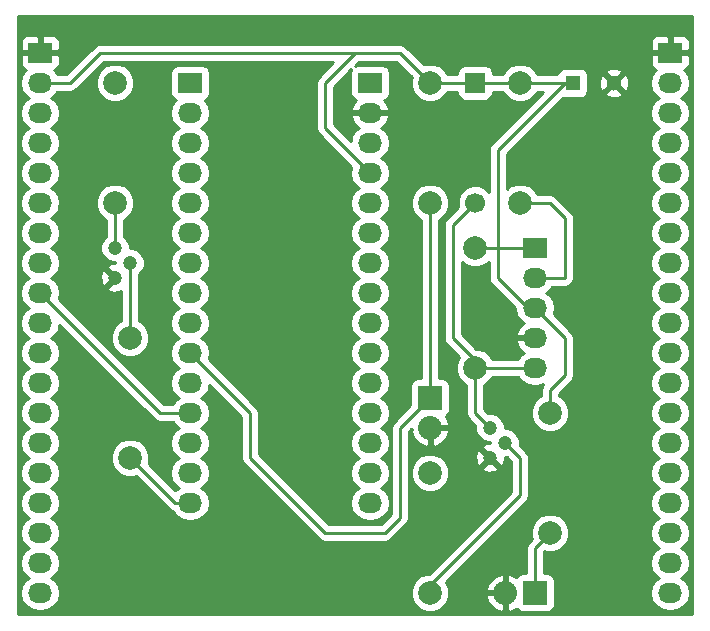
<source format=gbr>
G04 #@! TF.FileFunction,Copper,L1,Top,Signal*
%FSLAX46Y46*%
G04 Gerber Fmt 4.6, Leading zero omitted, Abs format (unit mm)*
G04 Created by KiCad (PCBNEW 4.0.4+e1-6308~48~ubuntu16.04.1-stable) date Thu Sep 22 16:48:10 2016*
%MOMM*%
%LPD*%
G01*
G04 APERTURE LIST*
%ADD10C,0.100000*%
%ADD11C,1.699260*%
%ADD12R,1.699260X1.699260*%
%ADD13R,2.032000X1.727200*%
%ADD14O,2.032000X1.727200*%
%ADD15R,2.032000X2.032000*%
%ADD16O,2.032000X2.032000*%
%ADD17C,1.200000*%
%ADD18C,1.998980*%
%ADD19C,1.300000*%
%ADD20R,1.300000X1.300000*%
%ADD21C,0.250000*%
%ADD22C,0.254000*%
G04 APERTURE END LIST*
D10*
D11*
X68582540Y-88900520D03*
D12*
X68582540Y-78740520D03*
D13*
X73660000Y-92710000D03*
D14*
X73660000Y-95250000D03*
X73660000Y-97790000D03*
X73660000Y-100330000D03*
X73660000Y-102870000D03*
D15*
X64770000Y-105410000D03*
D16*
X64770000Y-107950000D03*
D17*
X69850000Y-110490000D03*
X71120000Y-109220000D03*
X69850000Y-107950000D03*
D18*
X64770000Y-121920000D03*
X64770000Y-111760000D03*
X68580000Y-92710000D03*
X68580000Y-102870000D03*
X72390000Y-88900000D03*
X72390000Y-78740000D03*
X64770000Y-78740000D03*
X64770000Y-88900000D03*
X74930000Y-106680000D03*
X74930000Y-116840000D03*
D19*
X80335000Y-78740000D03*
D20*
X76835000Y-78740000D03*
D15*
X73660000Y-121920000D03*
D16*
X71120000Y-121920000D03*
D13*
X44450000Y-78740000D03*
D14*
X44450000Y-81280000D03*
X44450000Y-83820000D03*
X44450000Y-86360000D03*
X44450000Y-88900000D03*
X44450000Y-91440000D03*
X44450000Y-93980000D03*
X44450000Y-96520000D03*
X44450000Y-99060000D03*
X44450000Y-101600000D03*
X44450000Y-104140000D03*
X44450000Y-106680000D03*
X44450000Y-109220000D03*
X44450000Y-111760000D03*
X44450000Y-114300000D03*
D13*
X59690000Y-78740000D03*
D14*
X59690000Y-81280000D03*
X59690000Y-83820000D03*
X59690000Y-86360000D03*
X59690000Y-88900000D03*
X59690000Y-91440000D03*
X59690000Y-93980000D03*
X59690000Y-96520000D03*
X59690000Y-99060000D03*
X59690000Y-101600000D03*
X59690000Y-104140000D03*
X59690000Y-106680000D03*
X59690000Y-109220000D03*
X59690000Y-111760000D03*
X59690000Y-114300000D03*
D17*
X38100000Y-95250000D03*
X39370000Y-93980000D03*
X38100000Y-92710000D03*
D18*
X38100000Y-78740000D03*
X38100000Y-88900000D03*
X39370000Y-110490000D03*
X39370000Y-100330000D03*
D13*
X85090000Y-76200000D03*
D14*
X85090000Y-78740000D03*
X85090000Y-81280000D03*
X85090000Y-83820000D03*
X85090000Y-86360000D03*
X85090000Y-88900000D03*
X85090000Y-91440000D03*
X85090000Y-93980000D03*
X85090000Y-96520000D03*
X85090000Y-99060000D03*
X85090000Y-101600000D03*
X85090000Y-104140000D03*
X85090000Y-106680000D03*
X85090000Y-109220000D03*
X85090000Y-111760000D03*
X85090000Y-114300000D03*
X85090000Y-116840000D03*
X85090000Y-119380000D03*
X85090000Y-121920000D03*
D13*
X31750000Y-76200000D03*
D14*
X31750000Y-78740000D03*
X31750000Y-81280000D03*
X31750000Y-83820000D03*
X31750000Y-86360000D03*
X31750000Y-88900000D03*
X31750000Y-91440000D03*
X31750000Y-93980000D03*
X31750000Y-96520000D03*
X31750000Y-99060000D03*
X31750000Y-101600000D03*
X31750000Y-104140000D03*
X31750000Y-106680000D03*
X31750000Y-109220000D03*
X31750000Y-111760000D03*
X31750000Y-114300000D03*
X31750000Y-116840000D03*
X31750000Y-119380000D03*
X31750000Y-121920000D03*
D21*
X68580000Y-102870000D02*
X68580000Y-106680000D01*
X68580000Y-106680000D02*
X69850000Y-107950000D01*
X68580000Y-102870000D02*
X68580000Y-102235000D01*
X68580000Y-102235000D02*
X66675000Y-100330000D01*
X66675000Y-90808060D02*
X68582540Y-88900520D01*
X66675000Y-100330000D02*
X66675000Y-90808060D01*
X68580000Y-102870000D02*
X73660000Y-102870000D01*
X68582540Y-88900520D02*
X68582540Y-88902540D01*
X44450000Y-106680000D02*
X41910000Y-106680000D01*
X41910000Y-106680000D02*
X31750000Y-96520000D01*
X44450000Y-106680000D02*
X43688000Y-106680000D01*
X38100000Y-88900000D02*
X38100000Y-92710000D01*
X31750000Y-78740000D02*
X34290000Y-78740000D01*
X36830000Y-76200000D02*
X58420000Y-76200000D01*
X34290000Y-78740000D02*
X36830000Y-76200000D01*
X55880000Y-78740000D02*
X58420000Y-76200000D01*
X62230000Y-76200000D02*
X64770000Y-78740000D01*
X58420000Y-76200000D02*
X62230000Y-76200000D01*
X55880000Y-82550000D02*
X59690000Y-86360000D01*
X55880000Y-78740000D02*
X55880000Y-82550000D01*
X73660000Y-97790000D02*
X73025000Y-97790000D01*
X73025000Y-97790000D02*
X70485000Y-95250000D01*
X70485000Y-95250000D02*
X70485000Y-92710000D01*
X74930000Y-106680000D02*
X74930000Y-104775000D01*
X76200000Y-100330000D02*
X73660000Y-97790000D01*
X76200000Y-103505000D02*
X76200000Y-100330000D01*
X74930000Y-104775000D02*
X76200000Y-103505000D01*
X76835000Y-78740000D02*
X76200000Y-78740000D01*
X76200000Y-78740000D02*
X70485000Y-84455000D01*
X70485000Y-84455000D02*
X70485000Y-92710000D01*
X73660000Y-92710000D02*
X70485000Y-92710000D01*
X70485000Y-92710000D02*
X68580000Y-92710000D01*
X72390000Y-78740000D02*
X76835000Y-78740000D01*
X68582540Y-78740520D02*
X72389480Y-78740520D01*
X72389480Y-78740520D02*
X72390000Y-78740000D01*
X64770000Y-78740000D02*
X68582020Y-78740000D01*
X68582020Y-78740000D02*
X68582540Y-78740520D01*
X72389480Y-78740520D02*
X72390000Y-78740000D01*
X68582020Y-78740000D02*
X68582540Y-78740520D01*
X72390000Y-88900000D02*
X74930000Y-88900000D01*
X76200000Y-95250000D02*
X73660000Y-95250000D01*
X76200000Y-90170000D02*
X76200000Y-95250000D01*
X74930000Y-88900000D02*
X76200000Y-90170000D01*
X73660000Y-121920000D02*
X73660000Y-118110000D01*
X73660000Y-118110000D02*
X74930000Y-116840000D01*
X64770000Y-121920000D02*
X64770000Y-121285000D01*
X64770000Y-121285000D02*
X72390000Y-113665000D01*
X72390000Y-113665000D02*
X72390000Y-110490000D01*
X72390000Y-110490000D02*
X71120000Y-109220000D01*
X64770000Y-105410000D02*
X62230000Y-107950000D01*
X49530000Y-106680000D02*
X44450000Y-101600000D01*
X49530000Y-110490000D02*
X49530000Y-106680000D01*
X55880000Y-116840000D02*
X49530000Y-110490000D01*
X60960000Y-116840000D02*
X55880000Y-116840000D01*
X62230000Y-115570000D02*
X60960000Y-116840000D01*
X62230000Y-107950000D02*
X62230000Y-115570000D01*
X64770000Y-105410000D02*
X64770000Y-88900000D01*
X44450000Y-114300000D02*
X43180000Y-114300000D01*
X43180000Y-114300000D02*
X39370000Y-110490000D01*
X39370000Y-93980000D02*
X39370000Y-100330000D01*
D22*
G36*
X86920000Y-123750000D02*
X29920000Y-123750000D01*
X29920000Y-78740000D01*
X30066655Y-78740000D01*
X30180729Y-79313489D01*
X30505585Y-79799670D01*
X30820366Y-80010000D01*
X30505585Y-80220330D01*
X30180729Y-80706511D01*
X30066655Y-81280000D01*
X30180729Y-81853489D01*
X30505585Y-82339670D01*
X30820366Y-82550000D01*
X30505585Y-82760330D01*
X30180729Y-83246511D01*
X30066655Y-83820000D01*
X30180729Y-84393489D01*
X30505585Y-84879670D01*
X30820366Y-85090000D01*
X30505585Y-85300330D01*
X30180729Y-85786511D01*
X30066655Y-86360000D01*
X30180729Y-86933489D01*
X30505585Y-87419670D01*
X30820366Y-87630000D01*
X30505585Y-87840330D01*
X30180729Y-88326511D01*
X30066655Y-88900000D01*
X30180729Y-89473489D01*
X30505585Y-89959670D01*
X30820366Y-90170000D01*
X30505585Y-90380330D01*
X30180729Y-90866511D01*
X30066655Y-91440000D01*
X30180729Y-92013489D01*
X30505585Y-92499670D01*
X30820366Y-92710000D01*
X30505585Y-92920330D01*
X30180729Y-93406511D01*
X30066655Y-93980000D01*
X30180729Y-94553489D01*
X30505585Y-95039670D01*
X30820366Y-95250000D01*
X30505585Y-95460330D01*
X30180729Y-95946511D01*
X30066655Y-96520000D01*
X30180729Y-97093489D01*
X30505585Y-97579670D01*
X30820366Y-97790000D01*
X30505585Y-98000330D01*
X30180729Y-98486511D01*
X30066655Y-99060000D01*
X30180729Y-99633489D01*
X30505585Y-100119670D01*
X30820366Y-100330000D01*
X30505585Y-100540330D01*
X30180729Y-101026511D01*
X30066655Y-101600000D01*
X30180729Y-102173489D01*
X30505585Y-102659670D01*
X30820366Y-102870000D01*
X30505585Y-103080330D01*
X30180729Y-103566511D01*
X30066655Y-104140000D01*
X30180729Y-104713489D01*
X30505585Y-105199670D01*
X30820366Y-105410000D01*
X30505585Y-105620330D01*
X30180729Y-106106511D01*
X30066655Y-106680000D01*
X30180729Y-107253489D01*
X30505585Y-107739670D01*
X30820366Y-107950000D01*
X30505585Y-108160330D01*
X30180729Y-108646511D01*
X30066655Y-109220000D01*
X30180729Y-109793489D01*
X30505585Y-110279670D01*
X30820366Y-110490000D01*
X30505585Y-110700330D01*
X30180729Y-111186511D01*
X30066655Y-111760000D01*
X30180729Y-112333489D01*
X30505585Y-112819670D01*
X30820366Y-113030000D01*
X30505585Y-113240330D01*
X30180729Y-113726511D01*
X30066655Y-114300000D01*
X30180729Y-114873489D01*
X30505585Y-115359670D01*
X30820366Y-115570000D01*
X30505585Y-115780330D01*
X30180729Y-116266511D01*
X30066655Y-116840000D01*
X30180729Y-117413489D01*
X30505585Y-117899670D01*
X30820366Y-118110000D01*
X30505585Y-118320330D01*
X30180729Y-118806511D01*
X30066655Y-119380000D01*
X30180729Y-119953489D01*
X30505585Y-120439670D01*
X30820366Y-120650000D01*
X30505585Y-120860330D01*
X30180729Y-121346511D01*
X30066655Y-121920000D01*
X30180729Y-122493489D01*
X30505585Y-122979670D01*
X30991766Y-123304526D01*
X31565255Y-123418600D01*
X31934745Y-123418600D01*
X32508234Y-123304526D01*
X32994415Y-122979670D01*
X33319271Y-122493489D01*
X33433345Y-121920000D01*
X33319271Y-121346511D01*
X32994415Y-120860330D01*
X32679634Y-120650000D01*
X32994415Y-120439670D01*
X33319271Y-119953489D01*
X33433345Y-119380000D01*
X33319271Y-118806511D01*
X32994415Y-118320330D01*
X32679634Y-118110000D01*
X32994415Y-117899670D01*
X33319271Y-117413489D01*
X33433345Y-116840000D01*
X33319271Y-116266511D01*
X32994415Y-115780330D01*
X32679634Y-115570000D01*
X32994415Y-115359670D01*
X33319271Y-114873489D01*
X33433345Y-114300000D01*
X33319271Y-113726511D01*
X32994415Y-113240330D01*
X32679634Y-113030000D01*
X32994415Y-112819670D01*
X33319271Y-112333489D01*
X33433345Y-111760000D01*
X33319271Y-111186511D01*
X32994415Y-110700330D01*
X32679634Y-110490000D01*
X32994415Y-110279670D01*
X33319271Y-109793489D01*
X33433345Y-109220000D01*
X33319271Y-108646511D01*
X32994415Y-108160330D01*
X32679634Y-107950000D01*
X32994415Y-107739670D01*
X33319271Y-107253489D01*
X33433345Y-106680000D01*
X33319271Y-106106511D01*
X32994415Y-105620330D01*
X32679634Y-105410000D01*
X32994415Y-105199670D01*
X33319271Y-104713489D01*
X33433345Y-104140000D01*
X33319271Y-103566511D01*
X32994415Y-103080330D01*
X32679634Y-102870000D01*
X32994415Y-102659670D01*
X33319271Y-102173489D01*
X33433345Y-101600000D01*
X33319271Y-101026511D01*
X32994415Y-100540330D01*
X32679634Y-100330000D01*
X32994415Y-100119670D01*
X33319271Y-99633489D01*
X33397152Y-99241954D01*
X41372599Y-107217401D01*
X41619161Y-107382148D01*
X41910000Y-107440000D01*
X43005352Y-107440000D01*
X43205585Y-107739670D01*
X43520366Y-107950000D01*
X43205585Y-108160330D01*
X42880729Y-108646511D01*
X42766655Y-109220000D01*
X42880729Y-109793489D01*
X43205585Y-110279670D01*
X43520366Y-110490000D01*
X43205585Y-110700330D01*
X42880729Y-111186511D01*
X42766655Y-111760000D01*
X42880729Y-112333489D01*
X43205585Y-112819670D01*
X43520366Y-113030000D01*
X43205585Y-113240330D01*
X43201398Y-113246596D01*
X40935885Y-110981083D01*
X41004206Y-110816547D01*
X41004774Y-110166306D01*
X40756462Y-109565345D01*
X40297073Y-109105154D01*
X39696547Y-108855794D01*
X39046306Y-108855226D01*
X38445345Y-109103538D01*
X37985154Y-109562927D01*
X37735794Y-110163453D01*
X37735226Y-110813694D01*
X37983538Y-111414655D01*
X38442927Y-111874846D01*
X39043453Y-112124206D01*
X39693694Y-112124774D01*
X39860889Y-112055691D01*
X42642599Y-114837401D01*
X42889161Y-115002148D01*
X42978581Y-115019935D01*
X43205585Y-115359670D01*
X43691766Y-115684526D01*
X44265255Y-115798600D01*
X44634745Y-115798600D01*
X45208234Y-115684526D01*
X45694415Y-115359670D01*
X46019271Y-114873489D01*
X46133345Y-114300000D01*
X46019271Y-113726511D01*
X45694415Y-113240330D01*
X45379634Y-113030000D01*
X45694415Y-112819670D01*
X46019271Y-112333489D01*
X46133345Y-111760000D01*
X46019271Y-111186511D01*
X45694415Y-110700330D01*
X45379634Y-110490000D01*
X45694415Y-110279670D01*
X46019271Y-109793489D01*
X46133345Y-109220000D01*
X46019271Y-108646511D01*
X45694415Y-108160330D01*
X45379634Y-107950000D01*
X45694415Y-107739670D01*
X46019271Y-107253489D01*
X46133345Y-106680000D01*
X46019271Y-106106511D01*
X45694415Y-105620330D01*
X45379634Y-105410000D01*
X45694415Y-105199670D01*
X46019271Y-104713489D01*
X46097152Y-104321954D01*
X48770000Y-106994802D01*
X48770000Y-110490000D01*
X48827852Y-110780839D01*
X48992599Y-111027401D01*
X55342599Y-117377401D01*
X55589161Y-117542148D01*
X55880000Y-117600000D01*
X60960000Y-117600000D01*
X61250839Y-117542148D01*
X61497401Y-117377401D01*
X62767401Y-116107401D01*
X62932148Y-115860840D01*
X62990000Y-115570000D01*
X62990000Y-112083694D01*
X63135226Y-112083694D01*
X63383538Y-112684655D01*
X63842927Y-113144846D01*
X64443453Y-113394206D01*
X65093694Y-113394774D01*
X65694655Y-113146462D01*
X66154846Y-112687073D01*
X66404206Y-112086547D01*
X66404774Y-111436306D01*
X66370244Y-111352735D01*
X69166870Y-111352735D01*
X69216383Y-111578164D01*
X69681036Y-111737807D01*
X70171413Y-111707482D01*
X70483617Y-111578164D01*
X70533130Y-111352735D01*
X69850000Y-110669605D01*
X69166870Y-111352735D01*
X66370244Y-111352735D01*
X66156462Y-110835345D01*
X65697073Y-110375154D01*
X65566743Y-110321036D01*
X68602193Y-110321036D01*
X68632518Y-110811413D01*
X68761836Y-111123617D01*
X68987265Y-111173130D01*
X69670395Y-110490000D01*
X68987265Y-109806870D01*
X68761836Y-109856383D01*
X68602193Y-110321036D01*
X65566743Y-110321036D01*
X65096547Y-110125794D01*
X64446306Y-110125226D01*
X63845345Y-110373538D01*
X63385154Y-110832927D01*
X63135794Y-111433453D01*
X63135226Y-112083694D01*
X62990000Y-112083694D01*
X62990000Y-108264802D01*
X63177800Y-108077002D01*
X63282632Y-108077002D01*
X63164017Y-108332946D01*
X63432812Y-108918379D01*
X63905182Y-109356385D01*
X64387056Y-109555975D01*
X64643000Y-109436836D01*
X64643000Y-108077000D01*
X64897000Y-108077000D01*
X64897000Y-109436836D01*
X65152944Y-109555975D01*
X65634818Y-109356385D01*
X66107188Y-108918379D01*
X66375983Y-108332946D01*
X66257367Y-108077000D01*
X64897000Y-108077000D01*
X64643000Y-108077000D01*
X64623000Y-108077000D01*
X64623000Y-107823000D01*
X64643000Y-107823000D01*
X64643000Y-107803000D01*
X64897000Y-107803000D01*
X64897000Y-107823000D01*
X66257367Y-107823000D01*
X66375983Y-107567054D01*
X66107188Y-106981621D01*
X66102276Y-106977066D01*
X66237441Y-106890090D01*
X66382431Y-106677890D01*
X66433440Y-106426000D01*
X66433440Y-104394000D01*
X66389162Y-104158683D01*
X66250090Y-103942559D01*
X66037890Y-103797569D01*
X65786000Y-103746560D01*
X65530000Y-103746560D01*
X65530000Y-90354496D01*
X65694655Y-90286462D01*
X66154846Y-89827073D01*
X66404206Y-89226547D01*
X66404774Y-88576306D01*
X66156462Y-87975345D01*
X65697073Y-87515154D01*
X65096547Y-87265794D01*
X64446306Y-87265226D01*
X63845345Y-87513538D01*
X63385154Y-87972927D01*
X63135794Y-88573453D01*
X63135226Y-89223694D01*
X63383538Y-89824655D01*
X63842927Y-90284846D01*
X64010000Y-90354221D01*
X64010000Y-103746560D01*
X63754000Y-103746560D01*
X63518683Y-103790838D01*
X63302559Y-103929910D01*
X63157569Y-104142110D01*
X63106560Y-104394000D01*
X63106560Y-105998638D01*
X61692599Y-107412599D01*
X61527852Y-107659161D01*
X61470000Y-107950000D01*
X61470000Y-115255198D01*
X60645198Y-116080000D01*
X56194802Y-116080000D01*
X50290000Y-110175198D01*
X50290000Y-106680000D01*
X50232148Y-106389161D01*
X50067401Y-106142599D01*
X46032381Y-102107579D01*
X46133345Y-101600000D01*
X46019271Y-101026511D01*
X45694415Y-100540330D01*
X45379634Y-100330000D01*
X45694415Y-100119670D01*
X46019271Y-99633489D01*
X46133345Y-99060000D01*
X46019271Y-98486511D01*
X45694415Y-98000330D01*
X45379634Y-97790000D01*
X45694415Y-97579670D01*
X46019271Y-97093489D01*
X46133345Y-96520000D01*
X46019271Y-95946511D01*
X45694415Y-95460330D01*
X45379634Y-95250000D01*
X45694415Y-95039670D01*
X46019271Y-94553489D01*
X46133345Y-93980000D01*
X46019271Y-93406511D01*
X45694415Y-92920330D01*
X45379634Y-92710000D01*
X45694415Y-92499670D01*
X46019271Y-92013489D01*
X46133345Y-91440000D01*
X46019271Y-90866511D01*
X45694415Y-90380330D01*
X45379634Y-90170000D01*
X45694415Y-89959670D01*
X46019271Y-89473489D01*
X46133345Y-88900000D01*
X46019271Y-88326511D01*
X45694415Y-87840330D01*
X45379634Y-87630000D01*
X45694415Y-87419670D01*
X46019271Y-86933489D01*
X46133345Y-86360000D01*
X46019271Y-85786511D01*
X45694415Y-85300330D01*
X45379634Y-85090000D01*
X45694415Y-84879670D01*
X46019271Y-84393489D01*
X46133345Y-83820000D01*
X46019271Y-83246511D01*
X45694415Y-82760330D01*
X45379634Y-82550000D01*
X45694415Y-82339670D01*
X46019271Y-81853489D01*
X46133345Y-81280000D01*
X46019271Y-80706511D01*
X45694415Y-80220330D01*
X45680087Y-80210757D01*
X45701317Y-80206762D01*
X45917441Y-80067690D01*
X46062431Y-79855490D01*
X46113440Y-79603600D01*
X46113440Y-77876400D01*
X46069162Y-77641083D01*
X45930090Y-77424959D01*
X45717890Y-77279969D01*
X45466000Y-77228960D01*
X43434000Y-77228960D01*
X43198683Y-77273238D01*
X42982559Y-77412310D01*
X42837569Y-77624510D01*
X42786560Y-77876400D01*
X42786560Y-79603600D01*
X42830838Y-79838917D01*
X42969910Y-80055041D01*
X43182110Y-80200031D01*
X43223439Y-80208400D01*
X43205585Y-80220330D01*
X42880729Y-80706511D01*
X42766655Y-81280000D01*
X42880729Y-81853489D01*
X43205585Y-82339670D01*
X43520366Y-82550000D01*
X43205585Y-82760330D01*
X42880729Y-83246511D01*
X42766655Y-83820000D01*
X42880729Y-84393489D01*
X43205585Y-84879670D01*
X43520366Y-85090000D01*
X43205585Y-85300330D01*
X42880729Y-85786511D01*
X42766655Y-86360000D01*
X42880729Y-86933489D01*
X43205585Y-87419670D01*
X43520366Y-87630000D01*
X43205585Y-87840330D01*
X42880729Y-88326511D01*
X42766655Y-88900000D01*
X42880729Y-89473489D01*
X43205585Y-89959670D01*
X43520366Y-90170000D01*
X43205585Y-90380330D01*
X42880729Y-90866511D01*
X42766655Y-91440000D01*
X42880729Y-92013489D01*
X43205585Y-92499670D01*
X43520366Y-92710000D01*
X43205585Y-92920330D01*
X42880729Y-93406511D01*
X42766655Y-93980000D01*
X42880729Y-94553489D01*
X43205585Y-95039670D01*
X43520366Y-95250000D01*
X43205585Y-95460330D01*
X42880729Y-95946511D01*
X42766655Y-96520000D01*
X42880729Y-97093489D01*
X43205585Y-97579670D01*
X43520366Y-97790000D01*
X43205585Y-98000330D01*
X42880729Y-98486511D01*
X42766655Y-99060000D01*
X42880729Y-99633489D01*
X43205585Y-100119670D01*
X43520366Y-100330000D01*
X43205585Y-100540330D01*
X42880729Y-101026511D01*
X42766655Y-101600000D01*
X42880729Y-102173489D01*
X43205585Y-102659670D01*
X43520366Y-102870000D01*
X43205585Y-103080330D01*
X42880729Y-103566511D01*
X42766655Y-104140000D01*
X42880729Y-104713489D01*
X43205585Y-105199670D01*
X43520366Y-105410000D01*
X43205585Y-105620330D01*
X43005352Y-105920000D01*
X42224802Y-105920000D01*
X33332381Y-97027579D01*
X33433345Y-96520000D01*
X33319271Y-95946511D01*
X32994415Y-95460330D01*
X32679634Y-95250000D01*
X32932506Y-95081036D01*
X36852193Y-95081036D01*
X36882518Y-95571413D01*
X37011836Y-95883617D01*
X37237265Y-95933130D01*
X37920395Y-95250000D01*
X37237265Y-94566870D01*
X37011836Y-94616383D01*
X36852193Y-95081036D01*
X32932506Y-95081036D01*
X32994415Y-95039670D01*
X33319271Y-94553489D01*
X33433345Y-93980000D01*
X33319271Y-93406511D01*
X32994415Y-92920330D01*
X32679634Y-92710000D01*
X32994415Y-92499670D01*
X33319271Y-92013489D01*
X33433345Y-91440000D01*
X33319271Y-90866511D01*
X32994415Y-90380330D01*
X32679634Y-90170000D01*
X32994415Y-89959670D01*
X33319271Y-89473489D01*
X33368958Y-89223694D01*
X36465226Y-89223694D01*
X36713538Y-89824655D01*
X37172927Y-90284846D01*
X37340000Y-90354221D01*
X37340000Y-91723644D01*
X37053629Y-92009515D01*
X36865215Y-92463266D01*
X36864786Y-92954579D01*
X37052408Y-93408657D01*
X37399515Y-93756371D01*
X37853266Y-93944785D01*
X38135030Y-93945031D01*
X38134973Y-94010479D01*
X37778587Y-94032518D01*
X37466383Y-94161836D01*
X37416870Y-94387265D01*
X38100000Y-95070395D01*
X38114143Y-95056253D01*
X38293748Y-95235858D01*
X38279605Y-95250000D01*
X38293748Y-95264143D01*
X38114143Y-95443748D01*
X38100000Y-95429605D01*
X37416870Y-96112735D01*
X37466383Y-96338164D01*
X37931036Y-96497807D01*
X38421413Y-96467482D01*
X38610000Y-96389367D01*
X38610000Y-98875504D01*
X38445345Y-98943538D01*
X37985154Y-99402927D01*
X37735794Y-100003453D01*
X37735226Y-100653694D01*
X37983538Y-101254655D01*
X38442927Y-101714846D01*
X39043453Y-101964206D01*
X39693694Y-101964774D01*
X40294655Y-101716462D01*
X40754846Y-101257073D01*
X41004206Y-100656547D01*
X41004774Y-100006306D01*
X40756462Y-99405345D01*
X40297073Y-98945154D01*
X40130000Y-98875779D01*
X40130000Y-94966356D01*
X40416371Y-94680485D01*
X40604785Y-94226734D01*
X40605214Y-93735421D01*
X40417592Y-93281343D01*
X40070485Y-92933629D01*
X39616734Y-92745215D01*
X39334970Y-92744969D01*
X39335214Y-92465421D01*
X39147592Y-92011343D01*
X38860000Y-91723248D01*
X38860000Y-90354496D01*
X39024655Y-90286462D01*
X39484846Y-89827073D01*
X39734206Y-89226547D01*
X39734774Y-88576306D01*
X39486462Y-87975345D01*
X39027073Y-87515154D01*
X38426547Y-87265794D01*
X37776306Y-87265226D01*
X37175345Y-87513538D01*
X36715154Y-87972927D01*
X36465794Y-88573453D01*
X36465226Y-89223694D01*
X33368958Y-89223694D01*
X33433345Y-88900000D01*
X33319271Y-88326511D01*
X32994415Y-87840330D01*
X32679634Y-87630000D01*
X32994415Y-87419670D01*
X33319271Y-86933489D01*
X33433345Y-86360000D01*
X33319271Y-85786511D01*
X32994415Y-85300330D01*
X32679634Y-85090000D01*
X32994415Y-84879670D01*
X33319271Y-84393489D01*
X33433345Y-83820000D01*
X33319271Y-83246511D01*
X32994415Y-82760330D01*
X32679634Y-82550000D01*
X32994415Y-82339670D01*
X33319271Y-81853489D01*
X33433345Y-81280000D01*
X33319271Y-80706511D01*
X32994415Y-80220330D01*
X32679634Y-80010000D01*
X32994415Y-79799670D01*
X33194648Y-79500000D01*
X34290000Y-79500000D01*
X34580839Y-79442148D01*
X34827401Y-79277401D01*
X35041108Y-79063694D01*
X36465226Y-79063694D01*
X36713538Y-79664655D01*
X37172927Y-80124846D01*
X37773453Y-80374206D01*
X38423694Y-80374774D01*
X39024655Y-80126462D01*
X39484846Y-79667073D01*
X39734206Y-79066547D01*
X39734774Y-78416306D01*
X39486462Y-77815345D01*
X39027073Y-77355154D01*
X38426547Y-77105794D01*
X37776306Y-77105226D01*
X37175345Y-77353538D01*
X36715154Y-77812927D01*
X36465794Y-78413453D01*
X36465226Y-79063694D01*
X35041108Y-79063694D01*
X37144802Y-76960000D01*
X56585198Y-76960000D01*
X55342599Y-78202599D01*
X55177852Y-78449161D01*
X55120000Y-78740000D01*
X55120000Y-82550000D01*
X55177852Y-82840839D01*
X55342599Y-83087401D01*
X58107619Y-85852421D01*
X58006655Y-86360000D01*
X58120729Y-86933489D01*
X58445585Y-87419670D01*
X58760366Y-87630000D01*
X58445585Y-87840330D01*
X58120729Y-88326511D01*
X58006655Y-88900000D01*
X58120729Y-89473489D01*
X58445585Y-89959670D01*
X58760366Y-90170000D01*
X58445585Y-90380330D01*
X58120729Y-90866511D01*
X58006655Y-91440000D01*
X58120729Y-92013489D01*
X58445585Y-92499670D01*
X58760366Y-92710000D01*
X58445585Y-92920330D01*
X58120729Y-93406511D01*
X58006655Y-93980000D01*
X58120729Y-94553489D01*
X58445585Y-95039670D01*
X58760366Y-95250000D01*
X58445585Y-95460330D01*
X58120729Y-95946511D01*
X58006655Y-96520000D01*
X58120729Y-97093489D01*
X58445585Y-97579670D01*
X58760366Y-97790000D01*
X58445585Y-98000330D01*
X58120729Y-98486511D01*
X58006655Y-99060000D01*
X58120729Y-99633489D01*
X58445585Y-100119670D01*
X58760366Y-100330000D01*
X58445585Y-100540330D01*
X58120729Y-101026511D01*
X58006655Y-101600000D01*
X58120729Y-102173489D01*
X58445585Y-102659670D01*
X58760366Y-102870000D01*
X58445585Y-103080330D01*
X58120729Y-103566511D01*
X58006655Y-104140000D01*
X58120729Y-104713489D01*
X58445585Y-105199670D01*
X58760366Y-105410000D01*
X58445585Y-105620330D01*
X58120729Y-106106511D01*
X58006655Y-106680000D01*
X58120729Y-107253489D01*
X58445585Y-107739670D01*
X58760366Y-107950000D01*
X58445585Y-108160330D01*
X58120729Y-108646511D01*
X58006655Y-109220000D01*
X58120729Y-109793489D01*
X58445585Y-110279670D01*
X58760366Y-110490000D01*
X58445585Y-110700330D01*
X58120729Y-111186511D01*
X58006655Y-111760000D01*
X58120729Y-112333489D01*
X58445585Y-112819670D01*
X58760366Y-113030000D01*
X58445585Y-113240330D01*
X58120729Y-113726511D01*
X58006655Y-114300000D01*
X58120729Y-114873489D01*
X58445585Y-115359670D01*
X58931766Y-115684526D01*
X59505255Y-115798600D01*
X59874745Y-115798600D01*
X60448234Y-115684526D01*
X60934415Y-115359670D01*
X61259271Y-114873489D01*
X61373345Y-114300000D01*
X61259271Y-113726511D01*
X60934415Y-113240330D01*
X60619634Y-113030000D01*
X60934415Y-112819670D01*
X61259271Y-112333489D01*
X61373345Y-111760000D01*
X61259271Y-111186511D01*
X60934415Y-110700330D01*
X60619634Y-110490000D01*
X60934415Y-110279670D01*
X61259271Y-109793489D01*
X61373345Y-109220000D01*
X61259271Y-108646511D01*
X60934415Y-108160330D01*
X60619634Y-107950000D01*
X60934415Y-107739670D01*
X61259271Y-107253489D01*
X61373345Y-106680000D01*
X61259271Y-106106511D01*
X60934415Y-105620330D01*
X60619634Y-105410000D01*
X60934415Y-105199670D01*
X61259271Y-104713489D01*
X61373345Y-104140000D01*
X61259271Y-103566511D01*
X60934415Y-103080330D01*
X60619634Y-102870000D01*
X60934415Y-102659670D01*
X61259271Y-102173489D01*
X61373345Y-101600000D01*
X61259271Y-101026511D01*
X60934415Y-100540330D01*
X60619634Y-100330000D01*
X60934415Y-100119670D01*
X61259271Y-99633489D01*
X61373345Y-99060000D01*
X61259271Y-98486511D01*
X60934415Y-98000330D01*
X60619634Y-97790000D01*
X60934415Y-97579670D01*
X61259271Y-97093489D01*
X61373345Y-96520000D01*
X61259271Y-95946511D01*
X60934415Y-95460330D01*
X60619634Y-95250000D01*
X60934415Y-95039670D01*
X61259271Y-94553489D01*
X61373345Y-93980000D01*
X61259271Y-93406511D01*
X60934415Y-92920330D01*
X60619634Y-92710000D01*
X60934415Y-92499670D01*
X61259271Y-92013489D01*
X61373345Y-91440000D01*
X61259271Y-90866511D01*
X60934415Y-90380330D01*
X60619634Y-90170000D01*
X60934415Y-89959670D01*
X61259271Y-89473489D01*
X61373345Y-88900000D01*
X61259271Y-88326511D01*
X60934415Y-87840330D01*
X60619634Y-87630000D01*
X60934415Y-87419670D01*
X61259271Y-86933489D01*
X61373345Y-86360000D01*
X61259271Y-85786511D01*
X60934415Y-85300330D01*
X60619634Y-85090000D01*
X60934415Y-84879670D01*
X61259271Y-84393489D01*
X61373345Y-83820000D01*
X61259271Y-83246511D01*
X60934415Y-82760330D01*
X60624931Y-82553539D01*
X61040732Y-82182036D01*
X61294709Y-81654791D01*
X61297358Y-81639026D01*
X61176217Y-81407000D01*
X59817000Y-81407000D01*
X59817000Y-81427000D01*
X59563000Y-81427000D01*
X59563000Y-81407000D01*
X58203783Y-81407000D01*
X58082642Y-81639026D01*
X58085291Y-81654791D01*
X58339268Y-82182036D01*
X58755069Y-82553539D01*
X58445585Y-82760330D01*
X58120729Y-83246511D01*
X58042848Y-83638046D01*
X56640000Y-82235198D01*
X56640000Y-79054802D01*
X58093267Y-77601535D01*
X58077569Y-77624510D01*
X58026560Y-77876400D01*
X58026560Y-79603600D01*
X58070838Y-79838917D01*
X58209910Y-80055041D01*
X58422110Y-80200031D01*
X58516927Y-80219232D01*
X58339268Y-80377964D01*
X58085291Y-80905209D01*
X58082642Y-80920974D01*
X58203783Y-81153000D01*
X59563000Y-81153000D01*
X59563000Y-81133000D01*
X59817000Y-81133000D01*
X59817000Y-81153000D01*
X61176217Y-81153000D01*
X61297358Y-80920974D01*
X61294709Y-80905209D01*
X61040732Y-80377964D01*
X60865155Y-80221093D01*
X60941317Y-80206762D01*
X61157441Y-80067690D01*
X61302431Y-79855490D01*
X61353440Y-79603600D01*
X61353440Y-77876400D01*
X61309162Y-77641083D01*
X61170090Y-77424959D01*
X60957890Y-77279969D01*
X60706000Y-77228960D01*
X58674000Y-77228960D01*
X58438683Y-77273238D01*
X58390666Y-77304136D01*
X58734802Y-76960000D01*
X61915198Y-76960000D01*
X63204115Y-78248917D01*
X63135794Y-78413453D01*
X63135226Y-79063694D01*
X63383538Y-79664655D01*
X63842927Y-80124846D01*
X64443453Y-80374206D01*
X65093694Y-80374774D01*
X65694655Y-80126462D01*
X66154846Y-79667073D01*
X66224221Y-79500000D01*
X67085470Y-79500000D01*
X67085470Y-79590150D01*
X67129748Y-79825467D01*
X67268820Y-80041591D01*
X67481020Y-80186581D01*
X67732910Y-80237590D01*
X69432170Y-80237590D01*
X69667487Y-80193312D01*
X69883611Y-80054240D01*
X70028601Y-79842040D01*
X70079610Y-79590150D01*
X70079610Y-79500520D01*
X70935719Y-79500520D01*
X71003538Y-79664655D01*
X71462927Y-80124846D01*
X72063453Y-80374206D01*
X72713694Y-80374774D01*
X73314655Y-80126462D01*
X73774846Y-79667073D01*
X73844221Y-79500000D01*
X74365197Y-79500000D01*
X69947599Y-83917599D01*
X69782852Y-84164161D01*
X69725000Y-84455000D01*
X69725000Y-87943557D01*
X69424614Y-87642646D01*
X68879147Y-87416148D01*
X68288524Y-87415632D01*
X67742663Y-87641178D01*
X67324666Y-88058446D01*
X67098168Y-88603913D01*
X67097652Y-89194536D01*
X67131589Y-89276669D01*
X66137599Y-90270659D01*
X65972852Y-90517221D01*
X65915000Y-90808060D01*
X65915000Y-100330000D01*
X65972852Y-100620839D01*
X66137599Y-100867401D01*
X67204147Y-101933949D01*
X67195154Y-101942927D01*
X66945794Y-102543453D01*
X66945226Y-103193694D01*
X67193538Y-103794655D01*
X67652927Y-104254846D01*
X67820000Y-104324221D01*
X67820000Y-106680000D01*
X67877852Y-106970839D01*
X68042599Y-107217401D01*
X68615139Y-107789941D01*
X68614786Y-108194579D01*
X68802408Y-108648657D01*
X69149515Y-108996371D01*
X69603266Y-109184785D01*
X69885030Y-109185031D01*
X69884973Y-109250479D01*
X69528587Y-109272518D01*
X69216383Y-109401836D01*
X69166870Y-109627265D01*
X69850000Y-110310395D01*
X69864143Y-110296253D01*
X70043748Y-110475858D01*
X70029605Y-110490000D01*
X70712735Y-111173130D01*
X70938164Y-111123617D01*
X71097807Y-110658964D01*
X71085192Y-110454970D01*
X71280338Y-110455140D01*
X71630000Y-110804802D01*
X71630000Y-113350198D01*
X64694755Y-120285443D01*
X64446306Y-120285226D01*
X63845345Y-120533538D01*
X63385154Y-120992927D01*
X63135794Y-121593453D01*
X63135226Y-122243694D01*
X63383538Y-122844655D01*
X63842927Y-123304846D01*
X64443453Y-123554206D01*
X65093694Y-123554774D01*
X65694655Y-123306462D01*
X66154846Y-122847073D01*
X66380787Y-122302944D01*
X69514025Y-122302944D01*
X69713615Y-122784818D01*
X70151621Y-123257188D01*
X70737054Y-123525983D01*
X70993000Y-123407367D01*
X70993000Y-122047000D01*
X69633164Y-122047000D01*
X69514025Y-122302944D01*
X66380787Y-122302944D01*
X66404206Y-122246547D01*
X66404774Y-121596306D01*
X66380293Y-121537056D01*
X69514025Y-121537056D01*
X69633164Y-121793000D01*
X70993000Y-121793000D01*
X70993000Y-120432633D01*
X71247000Y-120432633D01*
X71247000Y-121793000D01*
X71267000Y-121793000D01*
X71267000Y-122047000D01*
X71247000Y-122047000D01*
X71247000Y-123407367D01*
X71502946Y-123525983D01*
X72088379Y-123257188D01*
X72092934Y-123252276D01*
X72179910Y-123387441D01*
X72392110Y-123532431D01*
X72644000Y-123583440D01*
X74676000Y-123583440D01*
X74911317Y-123539162D01*
X75127441Y-123400090D01*
X75272431Y-123187890D01*
X75323440Y-122936000D01*
X75323440Y-120904000D01*
X75279162Y-120668683D01*
X75140090Y-120452559D01*
X74927890Y-120307569D01*
X74676000Y-120256560D01*
X74420000Y-120256560D01*
X74420000Y-118424802D01*
X74438917Y-118405885D01*
X74603453Y-118474206D01*
X75253694Y-118474774D01*
X75854655Y-118226462D01*
X76314846Y-117767073D01*
X76564206Y-117166547D01*
X76564774Y-116516306D01*
X76316462Y-115915345D01*
X75857073Y-115455154D01*
X75256547Y-115205794D01*
X74606306Y-115205226D01*
X74005345Y-115453538D01*
X73545154Y-115912927D01*
X73295794Y-116513453D01*
X73295226Y-117163694D01*
X73364309Y-117330889D01*
X73122599Y-117572599D01*
X72957852Y-117819161D01*
X72900000Y-118110000D01*
X72900000Y-120256560D01*
X72644000Y-120256560D01*
X72408683Y-120300838D01*
X72192559Y-120439910D01*
X72092144Y-120586872D01*
X72088379Y-120582812D01*
X71502946Y-120314017D01*
X71247000Y-120432633D01*
X70993000Y-120432633D01*
X70737054Y-120314017D01*
X70151621Y-120582812D01*
X69713615Y-121055182D01*
X69514025Y-121537056D01*
X66380293Y-121537056D01*
X66156462Y-120995345D01*
X66145469Y-120984333D01*
X72927401Y-114202401D01*
X73092148Y-113955840D01*
X73150000Y-113665000D01*
X73150000Y-110490000D01*
X73114274Y-110310395D01*
X73092148Y-110199160D01*
X72927401Y-109952599D01*
X72354861Y-109380059D01*
X72355214Y-108975421D01*
X72167592Y-108521343D01*
X71820485Y-108173629D01*
X71366734Y-107985215D01*
X71084970Y-107984969D01*
X71085214Y-107705421D01*
X70897592Y-107251343D01*
X70550485Y-106903629D01*
X70096734Y-106715215D01*
X69689662Y-106714860D01*
X69340000Y-106365198D01*
X69340000Y-104324496D01*
X69504655Y-104256462D01*
X69964846Y-103797073D01*
X70034221Y-103630000D01*
X72215352Y-103630000D01*
X72415585Y-103929670D01*
X72901766Y-104254526D01*
X73475255Y-104368600D01*
X73844745Y-104368600D01*
X74375626Y-104263001D01*
X74227852Y-104484161D01*
X74170000Y-104775000D01*
X74170000Y-105225504D01*
X74005345Y-105293538D01*
X73545154Y-105752927D01*
X73295794Y-106353453D01*
X73295226Y-107003694D01*
X73543538Y-107604655D01*
X74002927Y-108064846D01*
X74603453Y-108314206D01*
X75253694Y-108314774D01*
X75854655Y-108066462D01*
X76314846Y-107607073D01*
X76564206Y-107006547D01*
X76564774Y-106356306D01*
X76316462Y-105755345D01*
X75857073Y-105295154D01*
X75690000Y-105225779D01*
X75690000Y-105089802D01*
X76737401Y-104042401D01*
X76902148Y-103795840D01*
X76960000Y-103505000D01*
X76960000Y-100330000D01*
X76902148Y-100039161D01*
X76902148Y-100039160D01*
X76737401Y-99792599D01*
X75242381Y-98297579D01*
X75343345Y-97790000D01*
X75229271Y-97216511D01*
X74904415Y-96730330D01*
X74589634Y-96520000D01*
X74904415Y-96309670D01*
X75104648Y-96010000D01*
X76200000Y-96010000D01*
X76490839Y-95952148D01*
X76737401Y-95787401D01*
X76902148Y-95540839D01*
X76960000Y-95250000D01*
X76960000Y-90170000D01*
X76935744Y-90048060D01*
X76902148Y-89879160D01*
X76737401Y-89632599D01*
X75467401Y-88362599D01*
X75220839Y-88197852D01*
X74930000Y-88140000D01*
X73844496Y-88140000D01*
X73776462Y-87975345D01*
X73317073Y-87515154D01*
X72716547Y-87265794D01*
X72066306Y-87265226D01*
X71465345Y-87513538D01*
X71245000Y-87733499D01*
X71245000Y-84769802D01*
X76012330Y-80002473D01*
X76185000Y-80037440D01*
X77485000Y-80037440D01*
X77720317Y-79993162D01*
X77936441Y-79854090D01*
X78081431Y-79641890D01*
X78082012Y-79639016D01*
X79615590Y-79639016D01*
X79671271Y-79869611D01*
X80154078Y-80037622D01*
X80664428Y-80008083D01*
X80998729Y-79869611D01*
X81054410Y-79639016D01*
X80335000Y-78919605D01*
X79615590Y-79639016D01*
X78082012Y-79639016D01*
X78132440Y-79390000D01*
X78132440Y-78559078D01*
X79037378Y-78559078D01*
X79066917Y-79069428D01*
X79205389Y-79403729D01*
X79435984Y-79459410D01*
X80155395Y-78740000D01*
X80514605Y-78740000D01*
X81234016Y-79459410D01*
X81464611Y-79403729D01*
X81632622Y-78920922D01*
X81622151Y-78740000D01*
X83406655Y-78740000D01*
X83520729Y-79313489D01*
X83845585Y-79799670D01*
X84160366Y-80010000D01*
X83845585Y-80220330D01*
X83520729Y-80706511D01*
X83406655Y-81280000D01*
X83520729Y-81853489D01*
X83845585Y-82339670D01*
X84160366Y-82550000D01*
X83845585Y-82760330D01*
X83520729Y-83246511D01*
X83406655Y-83820000D01*
X83520729Y-84393489D01*
X83845585Y-84879670D01*
X84160366Y-85090000D01*
X83845585Y-85300330D01*
X83520729Y-85786511D01*
X83406655Y-86360000D01*
X83520729Y-86933489D01*
X83845585Y-87419670D01*
X84160366Y-87630000D01*
X83845585Y-87840330D01*
X83520729Y-88326511D01*
X83406655Y-88900000D01*
X83520729Y-89473489D01*
X83845585Y-89959670D01*
X84160366Y-90170000D01*
X83845585Y-90380330D01*
X83520729Y-90866511D01*
X83406655Y-91440000D01*
X83520729Y-92013489D01*
X83845585Y-92499670D01*
X84160366Y-92710000D01*
X83845585Y-92920330D01*
X83520729Y-93406511D01*
X83406655Y-93980000D01*
X83520729Y-94553489D01*
X83845585Y-95039670D01*
X84160366Y-95250000D01*
X83845585Y-95460330D01*
X83520729Y-95946511D01*
X83406655Y-96520000D01*
X83520729Y-97093489D01*
X83845585Y-97579670D01*
X84160366Y-97790000D01*
X83845585Y-98000330D01*
X83520729Y-98486511D01*
X83406655Y-99060000D01*
X83520729Y-99633489D01*
X83845585Y-100119670D01*
X84160366Y-100330000D01*
X83845585Y-100540330D01*
X83520729Y-101026511D01*
X83406655Y-101600000D01*
X83520729Y-102173489D01*
X83845585Y-102659670D01*
X84160366Y-102870000D01*
X83845585Y-103080330D01*
X83520729Y-103566511D01*
X83406655Y-104140000D01*
X83520729Y-104713489D01*
X83845585Y-105199670D01*
X84160366Y-105410000D01*
X83845585Y-105620330D01*
X83520729Y-106106511D01*
X83406655Y-106680000D01*
X83520729Y-107253489D01*
X83845585Y-107739670D01*
X84160366Y-107950000D01*
X83845585Y-108160330D01*
X83520729Y-108646511D01*
X83406655Y-109220000D01*
X83520729Y-109793489D01*
X83845585Y-110279670D01*
X84160366Y-110490000D01*
X83845585Y-110700330D01*
X83520729Y-111186511D01*
X83406655Y-111760000D01*
X83520729Y-112333489D01*
X83845585Y-112819670D01*
X84160366Y-113030000D01*
X83845585Y-113240330D01*
X83520729Y-113726511D01*
X83406655Y-114300000D01*
X83520729Y-114873489D01*
X83845585Y-115359670D01*
X84160366Y-115570000D01*
X83845585Y-115780330D01*
X83520729Y-116266511D01*
X83406655Y-116840000D01*
X83520729Y-117413489D01*
X83845585Y-117899670D01*
X84160366Y-118110000D01*
X83845585Y-118320330D01*
X83520729Y-118806511D01*
X83406655Y-119380000D01*
X83520729Y-119953489D01*
X83845585Y-120439670D01*
X84160366Y-120650000D01*
X83845585Y-120860330D01*
X83520729Y-121346511D01*
X83406655Y-121920000D01*
X83520729Y-122493489D01*
X83845585Y-122979670D01*
X84331766Y-123304526D01*
X84905255Y-123418600D01*
X85274745Y-123418600D01*
X85848234Y-123304526D01*
X86334415Y-122979670D01*
X86659271Y-122493489D01*
X86773345Y-121920000D01*
X86659271Y-121346511D01*
X86334415Y-120860330D01*
X86019634Y-120650000D01*
X86334415Y-120439670D01*
X86659271Y-119953489D01*
X86773345Y-119380000D01*
X86659271Y-118806511D01*
X86334415Y-118320330D01*
X86019634Y-118110000D01*
X86334415Y-117899670D01*
X86659271Y-117413489D01*
X86773345Y-116840000D01*
X86659271Y-116266511D01*
X86334415Y-115780330D01*
X86019634Y-115570000D01*
X86334415Y-115359670D01*
X86659271Y-114873489D01*
X86773345Y-114300000D01*
X86659271Y-113726511D01*
X86334415Y-113240330D01*
X86019634Y-113030000D01*
X86334415Y-112819670D01*
X86659271Y-112333489D01*
X86773345Y-111760000D01*
X86659271Y-111186511D01*
X86334415Y-110700330D01*
X86019634Y-110490000D01*
X86334415Y-110279670D01*
X86659271Y-109793489D01*
X86773345Y-109220000D01*
X86659271Y-108646511D01*
X86334415Y-108160330D01*
X86019634Y-107950000D01*
X86334415Y-107739670D01*
X86659271Y-107253489D01*
X86773345Y-106680000D01*
X86659271Y-106106511D01*
X86334415Y-105620330D01*
X86019634Y-105410000D01*
X86334415Y-105199670D01*
X86659271Y-104713489D01*
X86773345Y-104140000D01*
X86659271Y-103566511D01*
X86334415Y-103080330D01*
X86019634Y-102870000D01*
X86334415Y-102659670D01*
X86659271Y-102173489D01*
X86773345Y-101600000D01*
X86659271Y-101026511D01*
X86334415Y-100540330D01*
X86019634Y-100330000D01*
X86334415Y-100119670D01*
X86659271Y-99633489D01*
X86773345Y-99060000D01*
X86659271Y-98486511D01*
X86334415Y-98000330D01*
X86019634Y-97790000D01*
X86334415Y-97579670D01*
X86659271Y-97093489D01*
X86773345Y-96520000D01*
X86659271Y-95946511D01*
X86334415Y-95460330D01*
X86019634Y-95250000D01*
X86334415Y-95039670D01*
X86659271Y-94553489D01*
X86773345Y-93980000D01*
X86659271Y-93406511D01*
X86334415Y-92920330D01*
X86019634Y-92710000D01*
X86334415Y-92499670D01*
X86659271Y-92013489D01*
X86773345Y-91440000D01*
X86659271Y-90866511D01*
X86334415Y-90380330D01*
X86019634Y-90170000D01*
X86334415Y-89959670D01*
X86659271Y-89473489D01*
X86773345Y-88900000D01*
X86659271Y-88326511D01*
X86334415Y-87840330D01*
X86019634Y-87630000D01*
X86334415Y-87419670D01*
X86659271Y-86933489D01*
X86773345Y-86360000D01*
X86659271Y-85786511D01*
X86334415Y-85300330D01*
X86019634Y-85090000D01*
X86334415Y-84879670D01*
X86659271Y-84393489D01*
X86773345Y-83820000D01*
X86659271Y-83246511D01*
X86334415Y-82760330D01*
X86019634Y-82550000D01*
X86334415Y-82339670D01*
X86659271Y-81853489D01*
X86773345Y-81280000D01*
X86659271Y-80706511D01*
X86334415Y-80220330D01*
X86019634Y-80010000D01*
X86334415Y-79799670D01*
X86659271Y-79313489D01*
X86773345Y-78740000D01*
X86659271Y-78166511D01*
X86334415Y-77680330D01*
X86312220Y-77665500D01*
X86465699Y-77601927D01*
X86644327Y-77423298D01*
X86741000Y-77189909D01*
X86741000Y-76485750D01*
X86582250Y-76327000D01*
X85217000Y-76327000D01*
X85217000Y-76347000D01*
X84963000Y-76347000D01*
X84963000Y-76327000D01*
X83597750Y-76327000D01*
X83439000Y-76485750D01*
X83439000Y-77189909D01*
X83535673Y-77423298D01*
X83714301Y-77601927D01*
X83867780Y-77665500D01*
X83845585Y-77680330D01*
X83520729Y-78166511D01*
X83406655Y-78740000D01*
X81622151Y-78740000D01*
X81603083Y-78410572D01*
X81464611Y-78076271D01*
X81234016Y-78020590D01*
X80514605Y-78740000D01*
X80155395Y-78740000D01*
X79435984Y-78020590D01*
X79205389Y-78076271D01*
X79037378Y-78559078D01*
X78132440Y-78559078D01*
X78132440Y-78090000D01*
X78088162Y-77854683D01*
X78079347Y-77840984D01*
X79615590Y-77840984D01*
X80335000Y-78560395D01*
X81054410Y-77840984D01*
X80998729Y-77610389D01*
X80515922Y-77442378D01*
X80005572Y-77471917D01*
X79671271Y-77610389D01*
X79615590Y-77840984D01*
X78079347Y-77840984D01*
X77949090Y-77638559D01*
X77736890Y-77493569D01*
X77485000Y-77442560D01*
X76185000Y-77442560D01*
X75949683Y-77486838D01*
X75733559Y-77625910D01*
X75588569Y-77838110D01*
X75559836Y-77980000D01*
X73844496Y-77980000D01*
X73776462Y-77815345D01*
X73317073Y-77355154D01*
X72716547Y-77105794D01*
X72066306Y-77105226D01*
X71465345Y-77353538D01*
X71005154Y-77812927D01*
X70935563Y-77980520D01*
X70079610Y-77980520D01*
X70079610Y-77890890D01*
X70035332Y-77655573D01*
X69896260Y-77439449D01*
X69684060Y-77294459D01*
X69432170Y-77243450D01*
X67732910Y-77243450D01*
X67497593Y-77287728D01*
X67281469Y-77426800D01*
X67136479Y-77639000D01*
X67085470Y-77890890D01*
X67085470Y-77980000D01*
X66224496Y-77980000D01*
X66156462Y-77815345D01*
X65697073Y-77355154D01*
X65096547Y-77105794D01*
X64446306Y-77105226D01*
X64279111Y-77174309D01*
X62767401Y-75662599D01*
X62520839Y-75497852D01*
X62230000Y-75440000D01*
X36830000Y-75440000D01*
X36587414Y-75488254D01*
X36539160Y-75497852D01*
X36292599Y-75662599D01*
X33975198Y-77980000D01*
X33194648Y-77980000D01*
X32994415Y-77680330D01*
X32972220Y-77665500D01*
X33125699Y-77601927D01*
X33304327Y-77423298D01*
X33401000Y-77189909D01*
X33401000Y-76485750D01*
X33242250Y-76327000D01*
X31877000Y-76327000D01*
X31877000Y-76347000D01*
X31623000Y-76347000D01*
X31623000Y-76327000D01*
X30257750Y-76327000D01*
X30099000Y-76485750D01*
X30099000Y-77189909D01*
X30195673Y-77423298D01*
X30374301Y-77601927D01*
X30527780Y-77665500D01*
X30505585Y-77680330D01*
X30180729Y-78166511D01*
X30066655Y-78740000D01*
X29920000Y-78740000D01*
X29920000Y-75210091D01*
X30099000Y-75210091D01*
X30099000Y-75914250D01*
X30257750Y-76073000D01*
X31623000Y-76073000D01*
X31623000Y-74860150D01*
X31877000Y-74860150D01*
X31877000Y-76073000D01*
X33242250Y-76073000D01*
X33401000Y-75914250D01*
X33401000Y-75210091D01*
X83439000Y-75210091D01*
X83439000Y-75914250D01*
X83597750Y-76073000D01*
X84963000Y-76073000D01*
X84963000Y-74860150D01*
X85217000Y-74860150D01*
X85217000Y-76073000D01*
X86582250Y-76073000D01*
X86741000Y-75914250D01*
X86741000Y-75210091D01*
X86644327Y-74976702D01*
X86465699Y-74798073D01*
X86232310Y-74701400D01*
X85375750Y-74701400D01*
X85217000Y-74860150D01*
X84963000Y-74860150D01*
X84804250Y-74701400D01*
X83947690Y-74701400D01*
X83714301Y-74798073D01*
X83535673Y-74976702D01*
X83439000Y-75210091D01*
X33401000Y-75210091D01*
X33304327Y-74976702D01*
X33125699Y-74798073D01*
X32892310Y-74701400D01*
X32035750Y-74701400D01*
X31877000Y-74860150D01*
X31623000Y-74860150D01*
X31464250Y-74701400D01*
X30607690Y-74701400D01*
X30374301Y-74798073D01*
X30195673Y-74976702D01*
X30099000Y-75210091D01*
X29920000Y-75210091D01*
X29920000Y-73100000D01*
X86920000Y-73100000D01*
X86920000Y-123750000D01*
X86920000Y-123750000D01*
G37*
X86920000Y-123750000D02*
X29920000Y-123750000D01*
X29920000Y-78740000D01*
X30066655Y-78740000D01*
X30180729Y-79313489D01*
X30505585Y-79799670D01*
X30820366Y-80010000D01*
X30505585Y-80220330D01*
X30180729Y-80706511D01*
X30066655Y-81280000D01*
X30180729Y-81853489D01*
X30505585Y-82339670D01*
X30820366Y-82550000D01*
X30505585Y-82760330D01*
X30180729Y-83246511D01*
X30066655Y-83820000D01*
X30180729Y-84393489D01*
X30505585Y-84879670D01*
X30820366Y-85090000D01*
X30505585Y-85300330D01*
X30180729Y-85786511D01*
X30066655Y-86360000D01*
X30180729Y-86933489D01*
X30505585Y-87419670D01*
X30820366Y-87630000D01*
X30505585Y-87840330D01*
X30180729Y-88326511D01*
X30066655Y-88900000D01*
X30180729Y-89473489D01*
X30505585Y-89959670D01*
X30820366Y-90170000D01*
X30505585Y-90380330D01*
X30180729Y-90866511D01*
X30066655Y-91440000D01*
X30180729Y-92013489D01*
X30505585Y-92499670D01*
X30820366Y-92710000D01*
X30505585Y-92920330D01*
X30180729Y-93406511D01*
X30066655Y-93980000D01*
X30180729Y-94553489D01*
X30505585Y-95039670D01*
X30820366Y-95250000D01*
X30505585Y-95460330D01*
X30180729Y-95946511D01*
X30066655Y-96520000D01*
X30180729Y-97093489D01*
X30505585Y-97579670D01*
X30820366Y-97790000D01*
X30505585Y-98000330D01*
X30180729Y-98486511D01*
X30066655Y-99060000D01*
X30180729Y-99633489D01*
X30505585Y-100119670D01*
X30820366Y-100330000D01*
X30505585Y-100540330D01*
X30180729Y-101026511D01*
X30066655Y-101600000D01*
X30180729Y-102173489D01*
X30505585Y-102659670D01*
X30820366Y-102870000D01*
X30505585Y-103080330D01*
X30180729Y-103566511D01*
X30066655Y-104140000D01*
X30180729Y-104713489D01*
X30505585Y-105199670D01*
X30820366Y-105410000D01*
X30505585Y-105620330D01*
X30180729Y-106106511D01*
X30066655Y-106680000D01*
X30180729Y-107253489D01*
X30505585Y-107739670D01*
X30820366Y-107950000D01*
X30505585Y-108160330D01*
X30180729Y-108646511D01*
X30066655Y-109220000D01*
X30180729Y-109793489D01*
X30505585Y-110279670D01*
X30820366Y-110490000D01*
X30505585Y-110700330D01*
X30180729Y-111186511D01*
X30066655Y-111760000D01*
X30180729Y-112333489D01*
X30505585Y-112819670D01*
X30820366Y-113030000D01*
X30505585Y-113240330D01*
X30180729Y-113726511D01*
X30066655Y-114300000D01*
X30180729Y-114873489D01*
X30505585Y-115359670D01*
X30820366Y-115570000D01*
X30505585Y-115780330D01*
X30180729Y-116266511D01*
X30066655Y-116840000D01*
X30180729Y-117413489D01*
X30505585Y-117899670D01*
X30820366Y-118110000D01*
X30505585Y-118320330D01*
X30180729Y-118806511D01*
X30066655Y-119380000D01*
X30180729Y-119953489D01*
X30505585Y-120439670D01*
X30820366Y-120650000D01*
X30505585Y-120860330D01*
X30180729Y-121346511D01*
X30066655Y-121920000D01*
X30180729Y-122493489D01*
X30505585Y-122979670D01*
X30991766Y-123304526D01*
X31565255Y-123418600D01*
X31934745Y-123418600D01*
X32508234Y-123304526D01*
X32994415Y-122979670D01*
X33319271Y-122493489D01*
X33433345Y-121920000D01*
X33319271Y-121346511D01*
X32994415Y-120860330D01*
X32679634Y-120650000D01*
X32994415Y-120439670D01*
X33319271Y-119953489D01*
X33433345Y-119380000D01*
X33319271Y-118806511D01*
X32994415Y-118320330D01*
X32679634Y-118110000D01*
X32994415Y-117899670D01*
X33319271Y-117413489D01*
X33433345Y-116840000D01*
X33319271Y-116266511D01*
X32994415Y-115780330D01*
X32679634Y-115570000D01*
X32994415Y-115359670D01*
X33319271Y-114873489D01*
X33433345Y-114300000D01*
X33319271Y-113726511D01*
X32994415Y-113240330D01*
X32679634Y-113030000D01*
X32994415Y-112819670D01*
X33319271Y-112333489D01*
X33433345Y-111760000D01*
X33319271Y-111186511D01*
X32994415Y-110700330D01*
X32679634Y-110490000D01*
X32994415Y-110279670D01*
X33319271Y-109793489D01*
X33433345Y-109220000D01*
X33319271Y-108646511D01*
X32994415Y-108160330D01*
X32679634Y-107950000D01*
X32994415Y-107739670D01*
X33319271Y-107253489D01*
X33433345Y-106680000D01*
X33319271Y-106106511D01*
X32994415Y-105620330D01*
X32679634Y-105410000D01*
X32994415Y-105199670D01*
X33319271Y-104713489D01*
X33433345Y-104140000D01*
X33319271Y-103566511D01*
X32994415Y-103080330D01*
X32679634Y-102870000D01*
X32994415Y-102659670D01*
X33319271Y-102173489D01*
X33433345Y-101600000D01*
X33319271Y-101026511D01*
X32994415Y-100540330D01*
X32679634Y-100330000D01*
X32994415Y-100119670D01*
X33319271Y-99633489D01*
X33397152Y-99241954D01*
X41372599Y-107217401D01*
X41619161Y-107382148D01*
X41910000Y-107440000D01*
X43005352Y-107440000D01*
X43205585Y-107739670D01*
X43520366Y-107950000D01*
X43205585Y-108160330D01*
X42880729Y-108646511D01*
X42766655Y-109220000D01*
X42880729Y-109793489D01*
X43205585Y-110279670D01*
X43520366Y-110490000D01*
X43205585Y-110700330D01*
X42880729Y-111186511D01*
X42766655Y-111760000D01*
X42880729Y-112333489D01*
X43205585Y-112819670D01*
X43520366Y-113030000D01*
X43205585Y-113240330D01*
X43201398Y-113246596D01*
X40935885Y-110981083D01*
X41004206Y-110816547D01*
X41004774Y-110166306D01*
X40756462Y-109565345D01*
X40297073Y-109105154D01*
X39696547Y-108855794D01*
X39046306Y-108855226D01*
X38445345Y-109103538D01*
X37985154Y-109562927D01*
X37735794Y-110163453D01*
X37735226Y-110813694D01*
X37983538Y-111414655D01*
X38442927Y-111874846D01*
X39043453Y-112124206D01*
X39693694Y-112124774D01*
X39860889Y-112055691D01*
X42642599Y-114837401D01*
X42889161Y-115002148D01*
X42978581Y-115019935D01*
X43205585Y-115359670D01*
X43691766Y-115684526D01*
X44265255Y-115798600D01*
X44634745Y-115798600D01*
X45208234Y-115684526D01*
X45694415Y-115359670D01*
X46019271Y-114873489D01*
X46133345Y-114300000D01*
X46019271Y-113726511D01*
X45694415Y-113240330D01*
X45379634Y-113030000D01*
X45694415Y-112819670D01*
X46019271Y-112333489D01*
X46133345Y-111760000D01*
X46019271Y-111186511D01*
X45694415Y-110700330D01*
X45379634Y-110490000D01*
X45694415Y-110279670D01*
X46019271Y-109793489D01*
X46133345Y-109220000D01*
X46019271Y-108646511D01*
X45694415Y-108160330D01*
X45379634Y-107950000D01*
X45694415Y-107739670D01*
X46019271Y-107253489D01*
X46133345Y-106680000D01*
X46019271Y-106106511D01*
X45694415Y-105620330D01*
X45379634Y-105410000D01*
X45694415Y-105199670D01*
X46019271Y-104713489D01*
X46097152Y-104321954D01*
X48770000Y-106994802D01*
X48770000Y-110490000D01*
X48827852Y-110780839D01*
X48992599Y-111027401D01*
X55342599Y-117377401D01*
X55589161Y-117542148D01*
X55880000Y-117600000D01*
X60960000Y-117600000D01*
X61250839Y-117542148D01*
X61497401Y-117377401D01*
X62767401Y-116107401D01*
X62932148Y-115860840D01*
X62990000Y-115570000D01*
X62990000Y-112083694D01*
X63135226Y-112083694D01*
X63383538Y-112684655D01*
X63842927Y-113144846D01*
X64443453Y-113394206D01*
X65093694Y-113394774D01*
X65694655Y-113146462D01*
X66154846Y-112687073D01*
X66404206Y-112086547D01*
X66404774Y-111436306D01*
X66370244Y-111352735D01*
X69166870Y-111352735D01*
X69216383Y-111578164D01*
X69681036Y-111737807D01*
X70171413Y-111707482D01*
X70483617Y-111578164D01*
X70533130Y-111352735D01*
X69850000Y-110669605D01*
X69166870Y-111352735D01*
X66370244Y-111352735D01*
X66156462Y-110835345D01*
X65697073Y-110375154D01*
X65566743Y-110321036D01*
X68602193Y-110321036D01*
X68632518Y-110811413D01*
X68761836Y-111123617D01*
X68987265Y-111173130D01*
X69670395Y-110490000D01*
X68987265Y-109806870D01*
X68761836Y-109856383D01*
X68602193Y-110321036D01*
X65566743Y-110321036D01*
X65096547Y-110125794D01*
X64446306Y-110125226D01*
X63845345Y-110373538D01*
X63385154Y-110832927D01*
X63135794Y-111433453D01*
X63135226Y-112083694D01*
X62990000Y-112083694D01*
X62990000Y-108264802D01*
X63177800Y-108077002D01*
X63282632Y-108077002D01*
X63164017Y-108332946D01*
X63432812Y-108918379D01*
X63905182Y-109356385D01*
X64387056Y-109555975D01*
X64643000Y-109436836D01*
X64643000Y-108077000D01*
X64897000Y-108077000D01*
X64897000Y-109436836D01*
X65152944Y-109555975D01*
X65634818Y-109356385D01*
X66107188Y-108918379D01*
X66375983Y-108332946D01*
X66257367Y-108077000D01*
X64897000Y-108077000D01*
X64643000Y-108077000D01*
X64623000Y-108077000D01*
X64623000Y-107823000D01*
X64643000Y-107823000D01*
X64643000Y-107803000D01*
X64897000Y-107803000D01*
X64897000Y-107823000D01*
X66257367Y-107823000D01*
X66375983Y-107567054D01*
X66107188Y-106981621D01*
X66102276Y-106977066D01*
X66237441Y-106890090D01*
X66382431Y-106677890D01*
X66433440Y-106426000D01*
X66433440Y-104394000D01*
X66389162Y-104158683D01*
X66250090Y-103942559D01*
X66037890Y-103797569D01*
X65786000Y-103746560D01*
X65530000Y-103746560D01*
X65530000Y-90354496D01*
X65694655Y-90286462D01*
X66154846Y-89827073D01*
X66404206Y-89226547D01*
X66404774Y-88576306D01*
X66156462Y-87975345D01*
X65697073Y-87515154D01*
X65096547Y-87265794D01*
X64446306Y-87265226D01*
X63845345Y-87513538D01*
X63385154Y-87972927D01*
X63135794Y-88573453D01*
X63135226Y-89223694D01*
X63383538Y-89824655D01*
X63842927Y-90284846D01*
X64010000Y-90354221D01*
X64010000Y-103746560D01*
X63754000Y-103746560D01*
X63518683Y-103790838D01*
X63302559Y-103929910D01*
X63157569Y-104142110D01*
X63106560Y-104394000D01*
X63106560Y-105998638D01*
X61692599Y-107412599D01*
X61527852Y-107659161D01*
X61470000Y-107950000D01*
X61470000Y-115255198D01*
X60645198Y-116080000D01*
X56194802Y-116080000D01*
X50290000Y-110175198D01*
X50290000Y-106680000D01*
X50232148Y-106389161D01*
X50067401Y-106142599D01*
X46032381Y-102107579D01*
X46133345Y-101600000D01*
X46019271Y-101026511D01*
X45694415Y-100540330D01*
X45379634Y-100330000D01*
X45694415Y-100119670D01*
X46019271Y-99633489D01*
X46133345Y-99060000D01*
X46019271Y-98486511D01*
X45694415Y-98000330D01*
X45379634Y-97790000D01*
X45694415Y-97579670D01*
X46019271Y-97093489D01*
X46133345Y-96520000D01*
X46019271Y-95946511D01*
X45694415Y-95460330D01*
X45379634Y-95250000D01*
X45694415Y-95039670D01*
X46019271Y-94553489D01*
X46133345Y-93980000D01*
X46019271Y-93406511D01*
X45694415Y-92920330D01*
X45379634Y-92710000D01*
X45694415Y-92499670D01*
X46019271Y-92013489D01*
X46133345Y-91440000D01*
X46019271Y-90866511D01*
X45694415Y-90380330D01*
X45379634Y-90170000D01*
X45694415Y-89959670D01*
X46019271Y-89473489D01*
X46133345Y-88900000D01*
X46019271Y-88326511D01*
X45694415Y-87840330D01*
X45379634Y-87630000D01*
X45694415Y-87419670D01*
X46019271Y-86933489D01*
X46133345Y-86360000D01*
X46019271Y-85786511D01*
X45694415Y-85300330D01*
X45379634Y-85090000D01*
X45694415Y-84879670D01*
X46019271Y-84393489D01*
X46133345Y-83820000D01*
X46019271Y-83246511D01*
X45694415Y-82760330D01*
X45379634Y-82550000D01*
X45694415Y-82339670D01*
X46019271Y-81853489D01*
X46133345Y-81280000D01*
X46019271Y-80706511D01*
X45694415Y-80220330D01*
X45680087Y-80210757D01*
X45701317Y-80206762D01*
X45917441Y-80067690D01*
X46062431Y-79855490D01*
X46113440Y-79603600D01*
X46113440Y-77876400D01*
X46069162Y-77641083D01*
X45930090Y-77424959D01*
X45717890Y-77279969D01*
X45466000Y-77228960D01*
X43434000Y-77228960D01*
X43198683Y-77273238D01*
X42982559Y-77412310D01*
X42837569Y-77624510D01*
X42786560Y-77876400D01*
X42786560Y-79603600D01*
X42830838Y-79838917D01*
X42969910Y-80055041D01*
X43182110Y-80200031D01*
X43223439Y-80208400D01*
X43205585Y-80220330D01*
X42880729Y-80706511D01*
X42766655Y-81280000D01*
X42880729Y-81853489D01*
X43205585Y-82339670D01*
X43520366Y-82550000D01*
X43205585Y-82760330D01*
X42880729Y-83246511D01*
X42766655Y-83820000D01*
X42880729Y-84393489D01*
X43205585Y-84879670D01*
X43520366Y-85090000D01*
X43205585Y-85300330D01*
X42880729Y-85786511D01*
X42766655Y-86360000D01*
X42880729Y-86933489D01*
X43205585Y-87419670D01*
X43520366Y-87630000D01*
X43205585Y-87840330D01*
X42880729Y-88326511D01*
X42766655Y-88900000D01*
X42880729Y-89473489D01*
X43205585Y-89959670D01*
X43520366Y-90170000D01*
X43205585Y-90380330D01*
X42880729Y-90866511D01*
X42766655Y-91440000D01*
X42880729Y-92013489D01*
X43205585Y-92499670D01*
X43520366Y-92710000D01*
X43205585Y-92920330D01*
X42880729Y-93406511D01*
X42766655Y-93980000D01*
X42880729Y-94553489D01*
X43205585Y-95039670D01*
X43520366Y-95250000D01*
X43205585Y-95460330D01*
X42880729Y-95946511D01*
X42766655Y-96520000D01*
X42880729Y-97093489D01*
X43205585Y-97579670D01*
X43520366Y-97790000D01*
X43205585Y-98000330D01*
X42880729Y-98486511D01*
X42766655Y-99060000D01*
X42880729Y-99633489D01*
X43205585Y-100119670D01*
X43520366Y-100330000D01*
X43205585Y-100540330D01*
X42880729Y-101026511D01*
X42766655Y-101600000D01*
X42880729Y-102173489D01*
X43205585Y-102659670D01*
X43520366Y-102870000D01*
X43205585Y-103080330D01*
X42880729Y-103566511D01*
X42766655Y-104140000D01*
X42880729Y-104713489D01*
X43205585Y-105199670D01*
X43520366Y-105410000D01*
X43205585Y-105620330D01*
X43005352Y-105920000D01*
X42224802Y-105920000D01*
X33332381Y-97027579D01*
X33433345Y-96520000D01*
X33319271Y-95946511D01*
X32994415Y-95460330D01*
X32679634Y-95250000D01*
X32932506Y-95081036D01*
X36852193Y-95081036D01*
X36882518Y-95571413D01*
X37011836Y-95883617D01*
X37237265Y-95933130D01*
X37920395Y-95250000D01*
X37237265Y-94566870D01*
X37011836Y-94616383D01*
X36852193Y-95081036D01*
X32932506Y-95081036D01*
X32994415Y-95039670D01*
X33319271Y-94553489D01*
X33433345Y-93980000D01*
X33319271Y-93406511D01*
X32994415Y-92920330D01*
X32679634Y-92710000D01*
X32994415Y-92499670D01*
X33319271Y-92013489D01*
X33433345Y-91440000D01*
X33319271Y-90866511D01*
X32994415Y-90380330D01*
X32679634Y-90170000D01*
X32994415Y-89959670D01*
X33319271Y-89473489D01*
X33368958Y-89223694D01*
X36465226Y-89223694D01*
X36713538Y-89824655D01*
X37172927Y-90284846D01*
X37340000Y-90354221D01*
X37340000Y-91723644D01*
X37053629Y-92009515D01*
X36865215Y-92463266D01*
X36864786Y-92954579D01*
X37052408Y-93408657D01*
X37399515Y-93756371D01*
X37853266Y-93944785D01*
X38135030Y-93945031D01*
X38134973Y-94010479D01*
X37778587Y-94032518D01*
X37466383Y-94161836D01*
X37416870Y-94387265D01*
X38100000Y-95070395D01*
X38114143Y-95056253D01*
X38293748Y-95235858D01*
X38279605Y-95250000D01*
X38293748Y-95264143D01*
X38114143Y-95443748D01*
X38100000Y-95429605D01*
X37416870Y-96112735D01*
X37466383Y-96338164D01*
X37931036Y-96497807D01*
X38421413Y-96467482D01*
X38610000Y-96389367D01*
X38610000Y-98875504D01*
X38445345Y-98943538D01*
X37985154Y-99402927D01*
X37735794Y-100003453D01*
X37735226Y-100653694D01*
X37983538Y-101254655D01*
X38442927Y-101714846D01*
X39043453Y-101964206D01*
X39693694Y-101964774D01*
X40294655Y-101716462D01*
X40754846Y-101257073D01*
X41004206Y-100656547D01*
X41004774Y-100006306D01*
X40756462Y-99405345D01*
X40297073Y-98945154D01*
X40130000Y-98875779D01*
X40130000Y-94966356D01*
X40416371Y-94680485D01*
X40604785Y-94226734D01*
X40605214Y-93735421D01*
X40417592Y-93281343D01*
X40070485Y-92933629D01*
X39616734Y-92745215D01*
X39334970Y-92744969D01*
X39335214Y-92465421D01*
X39147592Y-92011343D01*
X38860000Y-91723248D01*
X38860000Y-90354496D01*
X39024655Y-90286462D01*
X39484846Y-89827073D01*
X39734206Y-89226547D01*
X39734774Y-88576306D01*
X39486462Y-87975345D01*
X39027073Y-87515154D01*
X38426547Y-87265794D01*
X37776306Y-87265226D01*
X37175345Y-87513538D01*
X36715154Y-87972927D01*
X36465794Y-88573453D01*
X36465226Y-89223694D01*
X33368958Y-89223694D01*
X33433345Y-88900000D01*
X33319271Y-88326511D01*
X32994415Y-87840330D01*
X32679634Y-87630000D01*
X32994415Y-87419670D01*
X33319271Y-86933489D01*
X33433345Y-86360000D01*
X33319271Y-85786511D01*
X32994415Y-85300330D01*
X32679634Y-85090000D01*
X32994415Y-84879670D01*
X33319271Y-84393489D01*
X33433345Y-83820000D01*
X33319271Y-83246511D01*
X32994415Y-82760330D01*
X32679634Y-82550000D01*
X32994415Y-82339670D01*
X33319271Y-81853489D01*
X33433345Y-81280000D01*
X33319271Y-80706511D01*
X32994415Y-80220330D01*
X32679634Y-80010000D01*
X32994415Y-79799670D01*
X33194648Y-79500000D01*
X34290000Y-79500000D01*
X34580839Y-79442148D01*
X34827401Y-79277401D01*
X35041108Y-79063694D01*
X36465226Y-79063694D01*
X36713538Y-79664655D01*
X37172927Y-80124846D01*
X37773453Y-80374206D01*
X38423694Y-80374774D01*
X39024655Y-80126462D01*
X39484846Y-79667073D01*
X39734206Y-79066547D01*
X39734774Y-78416306D01*
X39486462Y-77815345D01*
X39027073Y-77355154D01*
X38426547Y-77105794D01*
X37776306Y-77105226D01*
X37175345Y-77353538D01*
X36715154Y-77812927D01*
X36465794Y-78413453D01*
X36465226Y-79063694D01*
X35041108Y-79063694D01*
X37144802Y-76960000D01*
X56585198Y-76960000D01*
X55342599Y-78202599D01*
X55177852Y-78449161D01*
X55120000Y-78740000D01*
X55120000Y-82550000D01*
X55177852Y-82840839D01*
X55342599Y-83087401D01*
X58107619Y-85852421D01*
X58006655Y-86360000D01*
X58120729Y-86933489D01*
X58445585Y-87419670D01*
X58760366Y-87630000D01*
X58445585Y-87840330D01*
X58120729Y-88326511D01*
X58006655Y-88900000D01*
X58120729Y-89473489D01*
X58445585Y-89959670D01*
X58760366Y-90170000D01*
X58445585Y-90380330D01*
X58120729Y-90866511D01*
X58006655Y-91440000D01*
X58120729Y-92013489D01*
X58445585Y-92499670D01*
X58760366Y-92710000D01*
X58445585Y-92920330D01*
X58120729Y-93406511D01*
X58006655Y-93980000D01*
X58120729Y-94553489D01*
X58445585Y-95039670D01*
X58760366Y-95250000D01*
X58445585Y-95460330D01*
X58120729Y-95946511D01*
X58006655Y-96520000D01*
X58120729Y-97093489D01*
X58445585Y-97579670D01*
X58760366Y-97790000D01*
X58445585Y-98000330D01*
X58120729Y-98486511D01*
X58006655Y-99060000D01*
X58120729Y-99633489D01*
X58445585Y-100119670D01*
X58760366Y-100330000D01*
X58445585Y-100540330D01*
X58120729Y-101026511D01*
X58006655Y-101600000D01*
X58120729Y-102173489D01*
X58445585Y-102659670D01*
X58760366Y-102870000D01*
X58445585Y-103080330D01*
X58120729Y-103566511D01*
X58006655Y-104140000D01*
X58120729Y-104713489D01*
X58445585Y-105199670D01*
X58760366Y-105410000D01*
X58445585Y-105620330D01*
X58120729Y-106106511D01*
X58006655Y-106680000D01*
X58120729Y-107253489D01*
X58445585Y-107739670D01*
X58760366Y-107950000D01*
X58445585Y-108160330D01*
X58120729Y-108646511D01*
X58006655Y-109220000D01*
X58120729Y-109793489D01*
X58445585Y-110279670D01*
X58760366Y-110490000D01*
X58445585Y-110700330D01*
X58120729Y-111186511D01*
X58006655Y-111760000D01*
X58120729Y-112333489D01*
X58445585Y-112819670D01*
X58760366Y-113030000D01*
X58445585Y-113240330D01*
X58120729Y-113726511D01*
X58006655Y-114300000D01*
X58120729Y-114873489D01*
X58445585Y-115359670D01*
X58931766Y-115684526D01*
X59505255Y-115798600D01*
X59874745Y-115798600D01*
X60448234Y-115684526D01*
X60934415Y-115359670D01*
X61259271Y-114873489D01*
X61373345Y-114300000D01*
X61259271Y-113726511D01*
X60934415Y-113240330D01*
X60619634Y-113030000D01*
X60934415Y-112819670D01*
X61259271Y-112333489D01*
X61373345Y-111760000D01*
X61259271Y-111186511D01*
X60934415Y-110700330D01*
X60619634Y-110490000D01*
X60934415Y-110279670D01*
X61259271Y-109793489D01*
X61373345Y-109220000D01*
X61259271Y-108646511D01*
X60934415Y-108160330D01*
X60619634Y-107950000D01*
X60934415Y-107739670D01*
X61259271Y-107253489D01*
X61373345Y-106680000D01*
X61259271Y-106106511D01*
X60934415Y-105620330D01*
X60619634Y-105410000D01*
X60934415Y-105199670D01*
X61259271Y-104713489D01*
X61373345Y-104140000D01*
X61259271Y-103566511D01*
X60934415Y-103080330D01*
X60619634Y-102870000D01*
X60934415Y-102659670D01*
X61259271Y-102173489D01*
X61373345Y-101600000D01*
X61259271Y-101026511D01*
X60934415Y-100540330D01*
X60619634Y-100330000D01*
X60934415Y-100119670D01*
X61259271Y-99633489D01*
X61373345Y-99060000D01*
X61259271Y-98486511D01*
X60934415Y-98000330D01*
X60619634Y-97790000D01*
X60934415Y-97579670D01*
X61259271Y-97093489D01*
X61373345Y-96520000D01*
X61259271Y-95946511D01*
X60934415Y-95460330D01*
X60619634Y-95250000D01*
X60934415Y-95039670D01*
X61259271Y-94553489D01*
X61373345Y-93980000D01*
X61259271Y-93406511D01*
X60934415Y-92920330D01*
X60619634Y-92710000D01*
X60934415Y-92499670D01*
X61259271Y-92013489D01*
X61373345Y-91440000D01*
X61259271Y-90866511D01*
X60934415Y-90380330D01*
X60619634Y-90170000D01*
X60934415Y-89959670D01*
X61259271Y-89473489D01*
X61373345Y-88900000D01*
X61259271Y-88326511D01*
X60934415Y-87840330D01*
X60619634Y-87630000D01*
X60934415Y-87419670D01*
X61259271Y-86933489D01*
X61373345Y-86360000D01*
X61259271Y-85786511D01*
X60934415Y-85300330D01*
X60619634Y-85090000D01*
X60934415Y-84879670D01*
X61259271Y-84393489D01*
X61373345Y-83820000D01*
X61259271Y-83246511D01*
X60934415Y-82760330D01*
X60624931Y-82553539D01*
X61040732Y-82182036D01*
X61294709Y-81654791D01*
X61297358Y-81639026D01*
X61176217Y-81407000D01*
X59817000Y-81407000D01*
X59817000Y-81427000D01*
X59563000Y-81427000D01*
X59563000Y-81407000D01*
X58203783Y-81407000D01*
X58082642Y-81639026D01*
X58085291Y-81654791D01*
X58339268Y-82182036D01*
X58755069Y-82553539D01*
X58445585Y-82760330D01*
X58120729Y-83246511D01*
X58042848Y-83638046D01*
X56640000Y-82235198D01*
X56640000Y-79054802D01*
X58093267Y-77601535D01*
X58077569Y-77624510D01*
X58026560Y-77876400D01*
X58026560Y-79603600D01*
X58070838Y-79838917D01*
X58209910Y-80055041D01*
X58422110Y-80200031D01*
X58516927Y-80219232D01*
X58339268Y-80377964D01*
X58085291Y-80905209D01*
X58082642Y-80920974D01*
X58203783Y-81153000D01*
X59563000Y-81153000D01*
X59563000Y-81133000D01*
X59817000Y-81133000D01*
X59817000Y-81153000D01*
X61176217Y-81153000D01*
X61297358Y-80920974D01*
X61294709Y-80905209D01*
X61040732Y-80377964D01*
X60865155Y-80221093D01*
X60941317Y-80206762D01*
X61157441Y-80067690D01*
X61302431Y-79855490D01*
X61353440Y-79603600D01*
X61353440Y-77876400D01*
X61309162Y-77641083D01*
X61170090Y-77424959D01*
X60957890Y-77279969D01*
X60706000Y-77228960D01*
X58674000Y-77228960D01*
X58438683Y-77273238D01*
X58390666Y-77304136D01*
X58734802Y-76960000D01*
X61915198Y-76960000D01*
X63204115Y-78248917D01*
X63135794Y-78413453D01*
X63135226Y-79063694D01*
X63383538Y-79664655D01*
X63842927Y-80124846D01*
X64443453Y-80374206D01*
X65093694Y-80374774D01*
X65694655Y-80126462D01*
X66154846Y-79667073D01*
X66224221Y-79500000D01*
X67085470Y-79500000D01*
X67085470Y-79590150D01*
X67129748Y-79825467D01*
X67268820Y-80041591D01*
X67481020Y-80186581D01*
X67732910Y-80237590D01*
X69432170Y-80237590D01*
X69667487Y-80193312D01*
X69883611Y-80054240D01*
X70028601Y-79842040D01*
X70079610Y-79590150D01*
X70079610Y-79500520D01*
X70935719Y-79500520D01*
X71003538Y-79664655D01*
X71462927Y-80124846D01*
X72063453Y-80374206D01*
X72713694Y-80374774D01*
X73314655Y-80126462D01*
X73774846Y-79667073D01*
X73844221Y-79500000D01*
X74365197Y-79500000D01*
X69947599Y-83917599D01*
X69782852Y-84164161D01*
X69725000Y-84455000D01*
X69725000Y-87943557D01*
X69424614Y-87642646D01*
X68879147Y-87416148D01*
X68288524Y-87415632D01*
X67742663Y-87641178D01*
X67324666Y-88058446D01*
X67098168Y-88603913D01*
X67097652Y-89194536D01*
X67131589Y-89276669D01*
X66137599Y-90270659D01*
X65972852Y-90517221D01*
X65915000Y-90808060D01*
X65915000Y-100330000D01*
X65972852Y-100620839D01*
X66137599Y-100867401D01*
X67204147Y-101933949D01*
X67195154Y-101942927D01*
X66945794Y-102543453D01*
X66945226Y-103193694D01*
X67193538Y-103794655D01*
X67652927Y-104254846D01*
X67820000Y-104324221D01*
X67820000Y-106680000D01*
X67877852Y-106970839D01*
X68042599Y-107217401D01*
X68615139Y-107789941D01*
X68614786Y-108194579D01*
X68802408Y-108648657D01*
X69149515Y-108996371D01*
X69603266Y-109184785D01*
X69885030Y-109185031D01*
X69884973Y-109250479D01*
X69528587Y-109272518D01*
X69216383Y-109401836D01*
X69166870Y-109627265D01*
X69850000Y-110310395D01*
X69864143Y-110296253D01*
X70043748Y-110475858D01*
X70029605Y-110490000D01*
X70712735Y-111173130D01*
X70938164Y-111123617D01*
X71097807Y-110658964D01*
X71085192Y-110454970D01*
X71280338Y-110455140D01*
X71630000Y-110804802D01*
X71630000Y-113350198D01*
X64694755Y-120285443D01*
X64446306Y-120285226D01*
X63845345Y-120533538D01*
X63385154Y-120992927D01*
X63135794Y-121593453D01*
X63135226Y-122243694D01*
X63383538Y-122844655D01*
X63842927Y-123304846D01*
X64443453Y-123554206D01*
X65093694Y-123554774D01*
X65694655Y-123306462D01*
X66154846Y-122847073D01*
X66380787Y-122302944D01*
X69514025Y-122302944D01*
X69713615Y-122784818D01*
X70151621Y-123257188D01*
X70737054Y-123525983D01*
X70993000Y-123407367D01*
X70993000Y-122047000D01*
X69633164Y-122047000D01*
X69514025Y-122302944D01*
X66380787Y-122302944D01*
X66404206Y-122246547D01*
X66404774Y-121596306D01*
X66380293Y-121537056D01*
X69514025Y-121537056D01*
X69633164Y-121793000D01*
X70993000Y-121793000D01*
X70993000Y-120432633D01*
X71247000Y-120432633D01*
X71247000Y-121793000D01*
X71267000Y-121793000D01*
X71267000Y-122047000D01*
X71247000Y-122047000D01*
X71247000Y-123407367D01*
X71502946Y-123525983D01*
X72088379Y-123257188D01*
X72092934Y-123252276D01*
X72179910Y-123387441D01*
X72392110Y-123532431D01*
X72644000Y-123583440D01*
X74676000Y-123583440D01*
X74911317Y-123539162D01*
X75127441Y-123400090D01*
X75272431Y-123187890D01*
X75323440Y-122936000D01*
X75323440Y-120904000D01*
X75279162Y-120668683D01*
X75140090Y-120452559D01*
X74927890Y-120307569D01*
X74676000Y-120256560D01*
X74420000Y-120256560D01*
X74420000Y-118424802D01*
X74438917Y-118405885D01*
X74603453Y-118474206D01*
X75253694Y-118474774D01*
X75854655Y-118226462D01*
X76314846Y-117767073D01*
X76564206Y-117166547D01*
X76564774Y-116516306D01*
X76316462Y-115915345D01*
X75857073Y-115455154D01*
X75256547Y-115205794D01*
X74606306Y-115205226D01*
X74005345Y-115453538D01*
X73545154Y-115912927D01*
X73295794Y-116513453D01*
X73295226Y-117163694D01*
X73364309Y-117330889D01*
X73122599Y-117572599D01*
X72957852Y-117819161D01*
X72900000Y-118110000D01*
X72900000Y-120256560D01*
X72644000Y-120256560D01*
X72408683Y-120300838D01*
X72192559Y-120439910D01*
X72092144Y-120586872D01*
X72088379Y-120582812D01*
X71502946Y-120314017D01*
X71247000Y-120432633D01*
X70993000Y-120432633D01*
X70737054Y-120314017D01*
X70151621Y-120582812D01*
X69713615Y-121055182D01*
X69514025Y-121537056D01*
X66380293Y-121537056D01*
X66156462Y-120995345D01*
X66145469Y-120984333D01*
X72927401Y-114202401D01*
X73092148Y-113955840D01*
X73150000Y-113665000D01*
X73150000Y-110490000D01*
X73114274Y-110310395D01*
X73092148Y-110199160D01*
X72927401Y-109952599D01*
X72354861Y-109380059D01*
X72355214Y-108975421D01*
X72167592Y-108521343D01*
X71820485Y-108173629D01*
X71366734Y-107985215D01*
X71084970Y-107984969D01*
X71085214Y-107705421D01*
X70897592Y-107251343D01*
X70550485Y-106903629D01*
X70096734Y-106715215D01*
X69689662Y-106714860D01*
X69340000Y-106365198D01*
X69340000Y-104324496D01*
X69504655Y-104256462D01*
X69964846Y-103797073D01*
X70034221Y-103630000D01*
X72215352Y-103630000D01*
X72415585Y-103929670D01*
X72901766Y-104254526D01*
X73475255Y-104368600D01*
X73844745Y-104368600D01*
X74375626Y-104263001D01*
X74227852Y-104484161D01*
X74170000Y-104775000D01*
X74170000Y-105225504D01*
X74005345Y-105293538D01*
X73545154Y-105752927D01*
X73295794Y-106353453D01*
X73295226Y-107003694D01*
X73543538Y-107604655D01*
X74002927Y-108064846D01*
X74603453Y-108314206D01*
X75253694Y-108314774D01*
X75854655Y-108066462D01*
X76314846Y-107607073D01*
X76564206Y-107006547D01*
X76564774Y-106356306D01*
X76316462Y-105755345D01*
X75857073Y-105295154D01*
X75690000Y-105225779D01*
X75690000Y-105089802D01*
X76737401Y-104042401D01*
X76902148Y-103795840D01*
X76960000Y-103505000D01*
X76960000Y-100330000D01*
X76902148Y-100039161D01*
X76902148Y-100039160D01*
X76737401Y-99792599D01*
X75242381Y-98297579D01*
X75343345Y-97790000D01*
X75229271Y-97216511D01*
X74904415Y-96730330D01*
X74589634Y-96520000D01*
X74904415Y-96309670D01*
X75104648Y-96010000D01*
X76200000Y-96010000D01*
X76490839Y-95952148D01*
X76737401Y-95787401D01*
X76902148Y-95540839D01*
X76960000Y-95250000D01*
X76960000Y-90170000D01*
X76935744Y-90048060D01*
X76902148Y-89879160D01*
X76737401Y-89632599D01*
X75467401Y-88362599D01*
X75220839Y-88197852D01*
X74930000Y-88140000D01*
X73844496Y-88140000D01*
X73776462Y-87975345D01*
X73317073Y-87515154D01*
X72716547Y-87265794D01*
X72066306Y-87265226D01*
X71465345Y-87513538D01*
X71245000Y-87733499D01*
X71245000Y-84769802D01*
X76012330Y-80002473D01*
X76185000Y-80037440D01*
X77485000Y-80037440D01*
X77720317Y-79993162D01*
X77936441Y-79854090D01*
X78081431Y-79641890D01*
X78082012Y-79639016D01*
X79615590Y-79639016D01*
X79671271Y-79869611D01*
X80154078Y-80037622D01*
X80664428Y-80008083D01*
X80998729Y-79869611D01*
X81054410Y-79639016D01*
X80335000Y-78919605D01*
X79615590Y-79639016D01*
X78082012Y-79639016D01*
X78132440Y-79390000D01*
X78132440Y-78559078D01*
X79037378Y-78559078D01*
X79066917Y-79069428D01*
X79205389Y-79403729D01*
X79435984Y-79459410D01*
X80155395Y-78740000D01*
X80514605Y-78740000D01*
X81234016Y-79459410D01*
X81464611Y-79403729D01*
X81632622Y-78920922D01*
X81622151Y-78740000D01*
X83406655Y-78740000D01*
X83520729Y-79313489D01*
X83845585Y-79799670D01*
X84160366Y-80010000D01*
X83845585Y-80220330D01*
X83520729Y-80706511D01*
X83406655Y-81280000D01*
X83520729Y-81853489D01*
X83845585Y-82339670D01*
X84160366Y-82550000D01*
X83845585Y-82760330D01*
X83520729Y-83246511D01*
X83406655Y-83820000D01*
X83520729Y-84393489D01*
X83845585Y-84879670D01*
X84160366Y-85090000D01*
X83845585Y-85300330D01*
X83520729Y-85786511D01*
X83406655Y-86360000D01*
X83520729Y-86933489D01*
X83845585Y-87419670D01*
X84160366Y-87630000D01*
X83845585Y-87840330D01*
X83520729Y-88326511D01*
X83406655Y-88900000D01*
X83520729Y-89473489D01*
X83845585Y-89959670D01*
X84160366Y-90170000D01*
X83845585Y-90380330D01*
X83520729Y-90866511D01*
X83406655Y-91440000D01*
X83520729Y-92013489D01*
X83845585Y-92499670D01*
X84160366Y-92710000D01*
X83845585Y-92920330D01*
X83520729Y-93406511D01*
X83406655Y-93980000D01*
X83520729Y-94553489D01*
X83845585Y-95039670D01*
X84160366Y-95250000D01*
X83845585Y-95460330D01*
X83520729Y-95946511D01*
X83406655Y-96520000D01*
X83520729Y-97093489D01*
X83845585Y-97579670D01*
X84160366Y-97790000D01*
X83845585Y-98000330D01*
X83520729Y-98486511D01*
X83406655Y-99060000D01*
X83520729Y-99633489D01*
X83845585Y-100119670D01*
X84160366Y-100330000D01*
X83845585Y-100540330D01*
X83520729Y-101026511D01*
X83406655Y-101600000D01*
X83520729Y-102173489D01*
X83845585Y-102659670D01*
X84160366Y-102870000D01*
X83845585Y-103080330D01*
X83520729Y-103566511D01*
X83406655Y-104140000D01*
X83520729Y-104713489D01*
X83845585Y-105199670D01*
X84160366Y-105410000D01*
X83845585Y-105620330D01*
X83520729Y-106106511D01*
X83406655Y-106680000D01*
X83520729Y-107253489D01*
X83845585Y-107739670D01*
X84160366Y-107950000D01*
X83845585Y-108160330D01*
X83520729Y-108646511D01*
X83406655Y-109220000D01*
X83520729Y-109793489D01*
X83845585Y-110279670D01*
X84160366Y-110490000D01*
X83845585Y-110700330D01*
X83520729Y-111186511D01*
X83406655Y-111760000D01*
X83520729Y-112333489D01*
X83845585Y-112819670D01*
X84160366Y-113030000D01*
X83845585Y-113240330D01*
X83520729Y-113726511D01*
X83406655Y-114300000D01*
X83520729Y-114873489D01*
X83845585Y-115359670D01*
X84160366Y-115570000D01*
X83845585Y-115780330D01*
X83520729Y-116266511D01*
X83406655Y-116840000D01*
X83520729Y-117413489D01*
X83845585Y-117899670D01*
X84160366Y-118110000D01*
X83845585Y-118320330D01*
X83520729Y-118806511D01*
X83406655Y-119380000D01*
X83520729Y-119953489D01*
X83845585Y-120439670D01*
X84160366Y-120650000D01*
X83845585Y-120860330D01*
X83520729Y-121346511D01*
X83406655Y-121920000D01*
X83520729Y-122493489D01*
X83845585Y-122979670D01*
X84331766Y-123304526D01*
X84905255Y-123418600D01*
X85274745Y-123418600D01*
X85848234Y-123304526D01*
X86334415Y-122979670D01*
X86659271Y-122493489D01*
X86773345Y-121920000D01*
X86659271Y-121346511D01*
X86334415Y-120860330D01*
X86019634Y-120650000D01*
X86334415Y-120439670D01*
X86659271Y-119953489D01*
X86773345Y-119380000D01*
X86659271Y-118806511D01*
X86334415Y-118320330D01*
X86019634Y-118110000D01*
X86334415Y-117899670D01*
X86659271Y-117413489D01*
X86773345Y-116840000D01*
X86659271Y-116266511D01*
X86334415Y-115780330D01*
X86019634Y-115570000D01*
X86334415Y-115359670D01*
X86659271Y-114873489D01*
X86773345Y-114300000D01*
X86659271Y-113726511D01*
X86334415Y-113240330D01*
X86019634Y-113030000D01*
X86334415Y-112819670D01*
X86659271Y-112333489D01*
X86773345Y-111760000D01*
X86659271Y-111186511D01*
X86334415Y-110700330D01*
X86019634Y-110490000D01*
X86334415Y-110279670D01*
X86659271Y-109793489D01*
X86773345Y-109220000D01*
X86659271Y-108646511D01*
X86334415Y-108160330D01*
X86019634Y-107950000D01*
X86334415Y-107739670D01*
X86659271Y-107253489D01*
X86773345Y-106680000D01*
X86659271Y-106106511D01*
X86334415Y-105620330D01*
X86019634Y-105410000D01*
X86334415Y-105199670D01*
X86659271Y-104713489D01*
X86773345Y-104140000D01*
X86659271Y-103566511D01*
X86334415Y-103080330D01*
X86019634Y-102870000D01*
X86334415Y-102659670D01*
X86659271Y-102173489D01*
X86773345Y-101600000D01*
X86659271Y-101026511D01*
X86334415Y-100540330D01*
X86019634Y-100330000D01*
X86334415Y-100119670D01*
X86659271Y-99633489D01*
X86773345Y-99060000D01*
X86659271Y-98486511D01*
X86334415Y-98000330D01*
X86019634Y-97790000D01*
X86334415Y-97579670D01*
X86659271Y-97093489D01*
X86773345Y-96520000D01*
X86659271Y-95946511D01*
X86334415Y-95460330D01*
X86019634Y-95250000D01*
X86334415Y-95039670D01*
X86659271Y-94553489D01*
X86773345Y-93980000D01*
X86659271Y-93406511D01*
X86334415Y-92920330D01*
X86019634Y-92710000D01*
X86334415Y-92499670D01*
X86659271Y-92013489D01*
X86773345Y-91440000D01*
X86659271Y-90866511D01*
X86334415Y-90380330D01*
X86019634Y-90170000D01*
X86334415Y-89959670D01*
X86659271Y-89473489D01*
X86773345Y-88900000D01*
X86659271Y-88326511D01*
X86334415Y-87840330D01*
X86019634Y-87630000D01*
X86334415Y-87419670D01*
X86659271Y-86933489D01*
X86773345Y-86360000D01*
X86659271Y-85786511D01*
X86334415Y-85300330D01*
X86019634Y-85090000D01*
X86334415Y-84879670D01*
X86659271Y-84393489D01*
X86773345Y-83820000D01*
X86659271Y-83246511D01*
X86334415Y-82760330D01*
X86019634Y-82550000D01*
X86334415Y-82339670D01*
X86659271Y-81853489D01*
X86773345Y-81280000D01*
X86659271Y-80706511D01*
X86334415Y-80220330D01*
X86019634Y-80010000D01*
X86334415Y-79799670D01*
X86659271Y-79313489D01*
X86773345Y-78740000D01*
X86659271Y-78166511D01*
X86334415Y-77680330D01*
X86312220Y-77665500D01*
X86465699Y-77601927D01*
X86644327Y-77423298D01*
X86741000Y-77189909D01*
X86741000Y-76485750D01*
X86582250Y-76327000D01*
X85217000Y-76327000D01*
X85217000Y-76347000D01*
X84963000Y-76347000D01*
X84963000Y-76327000D01*
X83597750Y-76327000D01*
X83439000Y-76485750D01*
X83439000Y-77189909D01*
X83535673Y-77423298D01*
X83714301Y-77601927D01*
X83867780Y-77665500D01*
X83845585Y-77680330D01*
X83520729Y-78166511D01*
X83406655Y-78740000D01*
X81622151Y-78740000D01*
X81603083Y-78410572D01*
X81464611Y-78076271D01*
X81234016Y-78020590D01*
X80514605Y-78740000D01*
X80155395Y-78740000D01*
X79435984Y-78020590D01*
X79205389Y-78076271D01*
X79037378Y-78559078D01*
X78132440Y-78559078D01*
X78132440Y-78090000D01*
X78088162Y-77854683D01*
X78079347Y-77840984D01*
X79615590Y-77840984D01*
X80335000Y-78560395D01*
X81054410Y-77840984D01*
X80998729Y-77610389D01*
X80515922Y-77442378D01*
X80005572Y-77471917D01*
X79671271Y-77610389D01*
X79615590Y-77840984D01*
X78079347Y-77840984D01*
X77949090Y-77638559D01*
X77736890Y-77493569D01*
X77485000Y-77442560D01*
X76185000Y-77442560D01*
X75949683Y-77486838D01*
X75733559Y-77625910D01*
X75588569Y-77838110D01*
X75559836Y-77980000D01*
X73844496Y-77980000D01*
X73776462Y-77815345D01*
X73317073Y-77355154D01*
X72716547Y-77105794D01*
X72066306Y-77105226D01*
X71465345Y-77353538D01*
X71005154Y-77812927D01*
X70935563Y-77980520D01*
X70079610Y-77980520D01*
X70079610Y-77890890D01*
X70035332Y-77655573D01*
X69896260Y-77439449D01*
X69684060Y-77294459D01*
X69432170Y-77243450D01*
X67732910Y-77243450D01*
X67497593Y-77287728D01*
X67281469Y-77426800D01*
X67136479Y-77639000D01*
X67085470Y-77890890D01*
X67085470Y-77980000D01*
X66224496Y-77980000D01*
X66156462Y-77815345D01*
X65697073Y-77355154D01*
X65096547Y-77105794D01*
X64446306Y-77105226D01*
X64279111Y-77174309D01*
X62767401Y-75662599D01*
X62520839Y-75497852D01*
X62230000Y-75440000D01*
X36830000Y-75440000D01*
X36587414Y-75488254D01*
X36539160Y-75497852D01*
X36292599Y-75662599D01*
X33975198Y-77980000D01*
X33194648Y-77980000D01*
X32994415Y-77680330D01*
X32972220Y-77665500D01*
X33125699Y-77601927D01*
X33304327Y-77423298D01*
X33401000Y-77189909D01*
X33401000Y-76485750D01*
X33242250Y-76327000D01*
X31877000Y-76327000D01*
X31877000Y-76347000D01*
X31623000Y-76347000D01*
X31623000Y-76327000D01*
X30257750Y-76327000D01*
X30099000Y-76485750D01*
X30099000Y-77189909D01*
X30195673Y-77423298D01*
X30374301Y-77601927D01*
X30527780Y-77665500D01*
X30505585Y-77680330D01*
X30180729Y-78166511D01*
X30066655Y-78740000D01*
X29920000Y-78740000D01*
X29920000Y-75210091D01*
X30099000Y-75210091D01*
X30099000Y-75914250D01*
X30257750Y-76073000D01*
X31623000Y-76073000D01*
X31623000Y-74860150D01*
X31877000Y-74860150D01*
X31877000Y-76073000D01*
X33242250Y-76073000D01*
X33401000Y-75914250D01*
X33401000Y-75210091D01*
X83439000Y-75210091D01*
X83439000Y-75914250D01*
X83597750Y-76073000D01*
X84963000Y-76073000D01*
X84963000Y-74860150D01*
X85217000Y-74860150D01*
X85217000Y-76073000D01*
X86582250Y-76073000D01*
X86741000Y-75914250D01*
X86741000Y-75210091D01*
X86644327Y-74976702D01*
X86465699Y-74798073D01*
X86232310Y-74701400D01*
X85375750Y-74701400D01*
X85217000Y-74860150D01*
X84963000Y-74860150D01*
X84804250Y-74701400D01*
X83947690Y-74701400D01*
X83714301Y-74798073D01*
X83535673Y-74976702D01*
X83439000Y-75210091D01*
X33401000Y-75210091D01*
X33304327Y-74976702D01*
X33125699Y-74798073D01*
X32892310Y-74701400D01*
X32035750Y-74701400D01*
X31877000Y-74860150D01*
X31623000Y-74860150D01*
X31464250Y-74701400D01*
X30607690Y-74701400D01*
X30374301Y-74798073D01*
X30195673Y-74976702D01*
X30099000Y-75210091D01*
X29920000Y-75210091D01*
X29920000Y-73100000D01*
X86920000Y-73100000D01*
X86920000Y-123750000D01*
G36*
X69725000Y-95250000D02*
X69782852Y-95540839D01*
X69947599Y-95787401D01*
X71983224Y-97823026D01*
X72090729Y-98363489D01*
X72415585Y-98849670D01*
X72725069Y-99056461D01*
X72309268Y-99427964D01*
X72055291Y-99955209D01*
X72052642Y-99970974D01*
X72173783Y-100203000D01*
X73533000Y-100203000D01*
X73533000Y-100183000D01*
X73787000Y-100183000D01*
X73787000Y-100203000D01*
X73807000Y-100203000D01*
X73807000Y-100457000D01*
X73787000Y-100457000D01*
X73787000Y-100477000D01*
X73533000Y-100477000D01*
X73533000Y-100457000D01*
X72173783Y-100457000D01*
X72052642Y-100689026D01*
X72055291Y-100704791D01*
X72309268Y-101232036D01*
X72725069Y-101603539D01*
X72415585Y-101810330D01*
X72215352Y-102110000D01*
X70034496Y-102110000D01*
X69966462Y-101945345D01*
X69507073Y-101485154D01*
X68906547Y-101235794D01*
X68655377Y-101235575D01*
X67435000Y-100015198D01*
X67435000Y-93876539D01*
X67652927Y-94094846D01*
X68253453Y-94344206D01*
X68903694Y-94344774D01*
X69504655Y-94096462D01*
X69725000Y-93876501D01*
X69725000Y-95250000D01*
X69725000Y-95250000D01*
G37*
X69725000Y-95250000D02*
X69782852Y-95540839D01*
X69947599Y-95787401D01*
X71983224Y-97823026D01*
X72090729Y-98363489D01*
X72415585Y-98849670D01*
X72725069Y-99056461D01*
X72309268Y-99427964D01*
X72055291Y-99955209D01*
X72052642Y-99970974D01*
X72173783Y-100203000D01*
X73533000Y-100203000D01*
X73533000Y-100183000D01*
X73787000Y-100183000D01*
X73787000Y-100203000D01*
X73807000Y-100203000D01*
X73807000Y-100457000D01*
X73787000Y-100457000D01*
X73787000Y-100477000D01*
X73533000Y-100477000D01*
X73533000Y-100457000D01*
X72173783Y-100457000D01*
X72052642Y-100689026D01*
X72055291Y-100704791D01*
X72309268Y-101232036D01*
X72725069Y-101603539D01*
X72415585Y-101810330D01*
X72215352Y-102110000D01*
X70034496Y-102110000D01*
X69966462Y-101945345D01*
X69507073Y-101485154D01*
X68906547Y-101235794D01*
X68655377Y-101235575D01*
X67435000Y-100015198D01*
X67435000Y-93876539D01*
X67652927Y-94094846D01*
X68253453Y-94344206D01*
X68903694Y-94344774D01*
X69504655Y-94096462D01*
X69725000Y-93876501D01*
X69725000Y-95250000D01*
M02*

</source>
